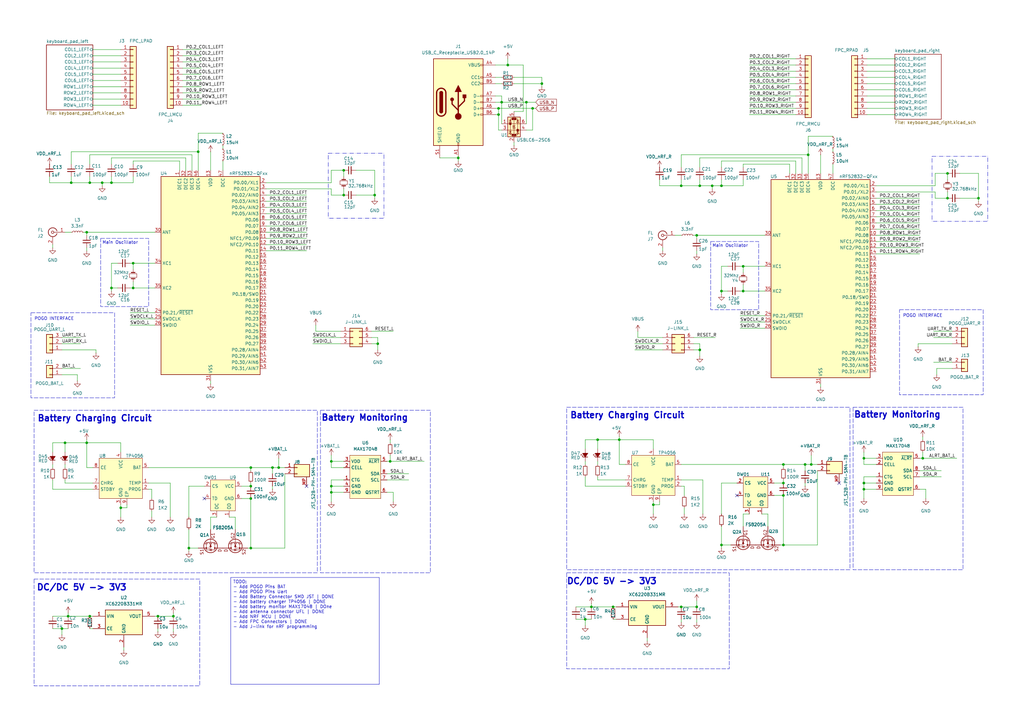
<source format=kicad_sch>
(kicad_sch (version 20231120) (generator "eeschema") (generator_version "8.0")
  (paper "A3")
  (title_block (title "Le Board") (date "2025-06-24") (rev "RevA") (comment 1 "Software Dev: Nikola Sećerovski") (comment 2 "Hardware Dev: Mihailo Stefanović"))
  (junction (at 222.25 34.29))
  (junction (at 140.97 80.01))
  (junction (at 295.91 119.38))
  (junction (at 49.53 208.28))
  (junction (at 287.02 143.51))
  (junction (at 54.61 118.11))
  (junction (at 321.31 203.2))
  (junction (at 251.46 248.92))
  (junction (at 29.21 74.93))
  (junction (at 354.33 198.12))
  (junction (at 331.47 63.5))
  (junction (at 295.91 76.2))
  (junction (at 205.74 41.91))
  (junction (at 242.57 248.92))
  (junction (at 267.97 207.01))
  (junction (at 279.4 76.2))
  (junction (at 153.67 80.01))
  (junction (at 354.33 200.66))
  (junction (at 354.33 187.96))
  (junction (at 401.32 81.28))
  (junction (at 295.91 223.52))
  (junction (at 321.31 190.5))
  (junction (at 36.83 74.93))
  (junction (at 321.31 223.52))
  (junction (at 332.74 190.5))
  (junction (at 102.87 191.77))
  (junction (at 140.97 69.85))
  (junction (at 304.8 109.22))
  (junction (at 54.61 107.95))
  (junction (at 215.9 41.91))
  (junction (at 187.96 64.77))
  (junction (at 285.75 96.52))
  (junction (at 135.89 199.39))
  (junction (at 41.91 74.93))
  (junction (at 64.77 252.73))
  (junction (at 25.4 257.81))
  (junction (at 36.83 252.73))
  (junction (at 321.31 198.12))
  (junction (at 388.62 81.28))
  (junction (at 279.4 248.92))
  (junction (at 330.2 190.5))
  (junction (at 154.94 140.97))
  (junction (at 35.56 95.25))
  (junction (at 160.02 189.23))
  (junction (at 204.47 44.45))
  (junction (at 102.87 204.47))
  (junction (at 111.76 191.77))
  (junction (at 45.72 74.93))
  (junction (at 240.03 254))
  (junction (at 388.62 71.12))
  (junction (at 378.46 187.96))
  (junction (at 114.3 191.77))
  (junction (at 208.28 26.67))
  (junction (at 287.02 76.2))
  (junction (at 254 180.34))
  (junction (at 27.94 252.73))
  (junction (at 304.8 119.38))
  (junction (at 35.56 181.61))
  (junction (at 102.87 224.79))
  (junction (at 26.67 181.61))
  (junction (at 135.89 189.23))
  (junction (at 45.72 118.11))
  (junction (at 218.44 44.45))
  (junction (at 81.28 62.23))
  (junction (at 285.75 248.92))
  (junction (at 77.47 224.79))
  (junction (at 71.12 252.73))
  (junction (at 292.1 76.2))
  (junction (at 102.87 199.39))
  (junction (at 204.47 46.99))
  (junction (at 135.89 201.93))
  (junction (at 245.11 180.34))
  (no_connect (at 125.73 199.39))
  (no_connect (at 344.17 198.12))
  (no_connect (at 302.26 203.2))
  (no_connect (at 83.82 204.47))
  (wire (pts (xy 240.03 184.15) (xy 240.03 180.34)))
  (wire (pts (xy 96.52 212.09) (xy 96.52 217.17)))
  (wire (pts (xy 54.61 115.57) (xy 54.61 118.11)))
  (wire (pts (xy 279.4 199.39) (xy 280.67 199.39)))
  (wire (pts (xy 280.67 199.39) (xy 280.67 203.2)))
  (wire (pts (xy 36.83 63.5) (xy 36.83 67.31)))
  (wire (pts (xy 60.96 198.12) (xy 69.85 198.12)))
  (wire (pts (xy 38.1 22.86) (xy 49.53 22.86)))
  (wire (pts (xy 254 190.5) (xy 254 180.34)))
  (wire (pts (xy 307.34 34.29) (xy 326.39 34.29)))
  (wire (pts (xy 285.75 246.38) (xy 285.75 248.92)))
  (wire (pts (xy 270.51 207.01) (xy 267.97 207.01)))
  (wire (pts (xy 27.94 251.46) (xy 27.94 252.73)))
  (wire (pts (xy 71.12 257.81) (xy 71.12 259.08)))
  (wire (pts (xy 81.28 54.61) (xy 81.28 62.23)))
  (wire (pts (xy 240.03 199.39) (xy 256.54 199.39)))
  (wire (pts (xy 49.53 208.28) (xy 49.53 207.01)))
  (wire (pts (xy 367.03 44.45) (xy 355.6 44.45)))
  (wire (pts (xy 76.2 64.77) (xy 45.72 64.77)))
  (wire (pts (xy 21.59 101.6) (xy 21.59 100.33)))
  (wire (pts (xy 240.03 254) (xy 242.57 254)))
  (wire (pts (xy 153.67 80.01) (xy 153.67 81.28)))
  (wire (pts (xy 279.4 248.92) (xy 285.75 248.92)))
  (wire (pts (xy 292.1 76.2) (xy 292.1 77.47)))
  (wire (pts (xy 354.33 198.12) (xy 359.41 198.12)))
  (wire (pts (xy 314.96 210.82) (xy 314.96 215.9)))
  (wire (pts (xy 109.22 97.79) (xy 125.73 97.79)))
  (wire (pts (xy 307.34 31.75) (xy 326.39 31.75)))
  (wire (pts (xy 26.67 196.85) (xy 26.67 198.12)))
  (wire (pts (xy 93.98 212.09) (xy 96.52 212.09)))
  (wire (pts (xy 354.33 187.96) (xy 359.41 187.96)))
  (wire (pts (xy 102.87 191.77) (xy 111.76 191.77)))
  (wire (pts (xy 287.02 76.2) (xy 279.4 76.2)))
  (wire (pts (xy 203.2 41.91) (xy 205.74 41.91)))
  (wire (pts (xy 29.21 67.31) (xy 29.21 62.23)))
  (wire (pts (xy 135.89 199.39) (xy 135.89 201.93)))
  (wire (pts (xy 86.36 217.17) (xy 86.36 212.09)))
  (wire (pts (xy 109.22 87.63) (xy 125.73 87.63)))
  (wire (pts (xy 203.2 44.45) (xy 204.47 44.45)))
  (wire (pts (xy 26.67 95.25) (xy 29.21 95.25)))
  (wire (pts (xy 284.48 143.51) (xy 287.02 143.51)))
  (wire (pts (xy 261.62 135.89) (xy 261.62 138.43)))
  (wire (pts (xy 210.82 58.42) (xy 210.82 59.69)))
  (wire (pts (xy 53.34 107.95) (xy 54.61 107.95)))
  (wire (pts (xy 64.77 252.73) (xy 71.12 252.73)))
  (wire (pts (xy 317.5 198.12) (xy 321.31 198.12)))
  (wire (pts (xy 251.46 254) (xy 252.73 254)))
  (wire (pts (xy 260.35 140.97) (xy 271.78 140.97)))
  (wire (pts (xy 140.97 77.47) (xy 140.97 80.01)))
  (wire (pts (xy 35.56 102.87) (xy 35.56 101.6)))
  (wire (pts (xy 278.13 248.92) (xy 279.4 248.92)))
  (wire (pts (xy 330.2 190.5) (xy 330.2 193.04)))
  (wire (pts (xy 109.22 80.01) (xy 125.73 80.01)))
  (wire (pts (xy 359.41 86.36) (xy 377.19 86.36)))
  (wire (pts (xy 35.56 95.25) (xy 63.5 95.25)))
  (wire (pts (xy 38.1 40.64) (xy 49.53 40.64)))
  (wire (pts (xy 236.22 254) (xy 240.03 254)))
  (wire (pts (xy 303.53 129.54) (xy 313.69 129.54)))
  (wire (pts (xy 60.96 191.77) (xy 102.87 191.77)))
  (wire (pts (xy 295.91 224.79) (xy 295.91 223.52)))
  (wire (pts (xy 77.47 217.17) (xy 77.47 224.79)))
  (wire (pts (xy 39.37 143.51) (xy 39.37 144.78)))
  (wire (pts (xy 111.76 199.39) (xy 111.76 200.66)))
  (wire (pts (xy 62.23 200.66) (xy 62.23 204.47)))
  (wire (pts (xy 295.91 76.2) (xy 292.1 76.2)))
  (wire (pts (xy 21.59 181.61) (xy 26.67 181.61)))
  (wire (pts (xy 91.44 66.04) (xy 91.44 69.85)))
  (wire (pts (xy 298.45 119.38) (xy 295.91 119.38)))
  (wire (pts (xy 295.91 109.22) (xy 298.45 109.22)))
  (wire (pts (xy 214.63 45.72) (xy 214.63 26.67)))
  (wire (pts (xy 376.555 140.97) (xy 376.555 142.24)))
  (wire (pts (xy 26.67 181.61) (xy 26.67 185.42)))
  (wire (pts (xy 76.2 69.85) (xy 76.2 64.77)))
  (wire (pts (xy 210.82 45.72) (xy 214.63 45.72)))
  (wire (pts (xy 359.41 104.14) (xy 377.19 104.14)))
  (wire (pts (xy 203.2 31.75) (xy 205.74 31.75)))
  (wire (pts (xy 74.93 38.1) (xy 82.55 38.1)))
  (wire (pts (xy 284.48 96.52) (xy 285.75 96.52)))
  (wire (pts (xy 160.02 189.23) (xy 173.99 189.23)))
  (wire (pts (xy 321.31 196.85) (xy 321.31 198.12)))
  (wire (pts (xy 25.4 138.43) (xy 33.02 138.43)))
  (wire (pts (xy 401.32 81.28) (xy 401.32 82.55)))
  (wire (pts (xy 45.72 64.77) (xy 45.72 67.31)))
  (wire (pts (xy 62.23 209.55) (xy 62.23 212.09)))
  (wire (pts (xy 270.51 205.74) (xy 270.51 207.01)))
  (wire (pts (xy 390.525 135.89) (xy 382.905 135.89)))
  (wire (pts (xy 35.56 95.25) (xy 35.56 96.52)))
  (wire (pts (xy 140.97 196.85) (xy 135.89 196.85)))
  (wire (pts (xy 208.28 26.67) (xy 203.2 26.67)))
  (wire (pts (xy 214.63 26.67) (xy 208.28 26.67)))
  (wire (pts (xy 203.2 34.29) (xy 205.74 34.29)))
  (wire (pts (xy 242.57 248.92) (xy 251.46 248.92)))
  (wire (pts (xy 25.4 151.13) (xy 33.02 151.13)))
  (wire (pts (xy 54.61 66.04) (xy 73.66 66.04)))
  (wire (pts (xy 304.8 119.38) (xy 313.69 119.38)))
  (wire (pts (xy 261.62 138.43) (xy 271.78 138.43)))
  (wire (pts (xy 54.61 107.95) (xy 54.61 110.49)))
  (wire (pts (xy 109.22 92.71) (xy 125.73 92.71)))
  (wire (pts (xy 54.61 107.95) (xy 63.5 107.95)))
  (wire (pts (xy 146.05 69.85) (xy 153.67 69.85)))
  (wire (pts (xy 135.89 196.85) (xy 135.89 199.39)))
  (wire (pts (xy 303.53 109.22) (xy 304.8 109.22)))
  (wire (pts (xy 74.93 35.56) (xy 82.55 35.56)))
  (wire (pts (xy 242.57 247.65) (xy 242.57 248.92)))
  (wire (pts (xy 287.02 73.66) (xy 287.02 76.2)))
  (wire (pts (xy 270.51 76.2) (xy 279.4 76.2)))
  (wire (pts (xy 390.525 140.97) (xy 376.555 140.97)))
  (wire (pts (xy 35.56 180.34) (xy 35.56 181.61)))
  (wire (pts (xy 78.74 69.85) (xy 78.74 63.5)))
  (wire (pts (xy 74.93 43.18) (xy 82.55 43.18)))
  (wire (pts (xy 204.47 44.45) (xy 218.44 44.45)))
  (wire (pts (xy 109.22 90.17) (xy 125.73 90.17)))
  (wire (pts (xy 53.34 128.27) (xy 63.5 128.27)))
  (wire (pts (xy 304.8 76.2) (xy 295.91 76.2)))
  (wire (pts (xy 378.46 187.96) (xy 392.43 187.96)))
  (wire (pts (xy 140.97 69.85) (xy 140.97 72.39)))
  (wire (pts (xy 35.56 181.61) (xy 49.53 181.61)))
  (wire (pts (xy 114.3 187.96) (xy 114.3 191.77)))
  (wire (pts (xy 31.75 153.67) (xy 31.75 156.21)))
  (wire (pts (xy 326.39 66.04) (xy 295.91 66.04)))
  (wire (pts (xy 53.34 130.81) (xy 63.5 130.81)))
  (wire (pts (xy 204.47 46.99) (xy 204.47 53.34)))
  (wire (pts (xy 292.1 76.2) (xy 287.02 76.2)))
  (wire (pts (xy 304.8 215.9) (xy 304.8 210.82)))
  (wire (pts (xy 304.8 210.82) (xy 307.34 210.82)))
  (wire (pts (xy 21.59 252.73) (xy 27.94 252.73)))
  (wire (pts (xy 245.11 189.23) (xy 245.11 190.5)))
  (wire (pts (xy 367.03 41.91) (xy 355.6 41.91)))
  (wire (pts (xy 203.2 46.99) (xy 204.47 46.99)))
  (wire (pts (xy 205.74 39.37) (xy 205.74 41.91)))
  (wire (pts (xy 267.97 207.01) (xy 267.97 205.74)))
  (wire (pts (xy 304.8 116.84) (xy 304.8 119.38)))
  (wire (pts (xy 328.93 64.77) (xy 287.02 64.77)))
  (wire (pts (xy 135.89 186.69) (xy 135.89 189.23)))
  (wire (pts (xy 390.525 148.59) (xy 382.905 148.59)))
  (wire (pts (xy 378.46 179.07) (xy 378.46 180.34)))
  (wire (pts (xy 359.41 81.28) (xy 377.19 81.28)))
  (wire (pts (xy 38.1 38.1) (xy 49.53 38.1)))
  (wire (pts (xy 383.54 76.2) (xy 383.54 71.12)))
  (wire (pts (xy 367.03 26.67) (xy 355.6 26.67)))
  (wire (pts (xy 109.22 82.55) (xy 125.73 82.55)))
  (wire (pts (xy 154.94 140.97) (xy 154.94 143.51)))
  (wire (pts (xy 135.89 189.23) (xy 140.97 189.23)))
  (wire (pts (xy 74.93 30.48) (xy 82.55 30.48)))
  (wire (pts (xy 128.27 140.97) (xy 139.7 140.97)))
  (wire (pts (xy 160.02 180.34) (xy 160.02 181.61)))
  (wire (pts (xy 128.27 138.43) (xy 139.7 138.43)))
  (wire (pts (xy 295.91 198.12) (xy 302.26 198.12)))
  (wire (pts (xy 393.7 71.12) (xy 401.32 71.12)))
  (wire (pts (xy 367.03 31.75) (xy 355.6 31.75)))
  (wire (pts (xy 77.47 226.06) (xy 77.47 224.79)))
  (wire (pts (xy 240.03 180.34) (xy 245.11 180.34)))
  (wire (pts (xy 38.1 43.18) (xy 49.53 43.18)))
  (wire (pts (xy 295.91 215.9) (xy 295.91 223.52)))
  (wire (pts (xy 135.89 199.39) (xy 140.97 199.39)))
  (wire (pts (xy 276.86 96.52) (xy 279.4 96.52)))
  (wire (pts (xy 77.47 199.39) (xy 83.82 199.39)))
  (wire (pts (xy 38.1 191.77) (xy 35.56 191.77)))
  (wire (pts (xy 279.4 190.5) (xy 321.31 190.5)))
  (wire (pts (xy 60.96 200.66) (xy 62.23 200.66)))
  (wire (pts (xy 379.73 200.66) (xy 379.73 204.47)))
  (wire (pts (xy 36.83 257.81) (xy 38.1 257.81)))
  (wire (pts (xy 304.8 109.22) (xy 304.8 111.76)))
  (wire (pts (xy 49.53 181.61) (xy 49.53 185.42)))
  (wire (pts (xy 111.76 191.77) (xy 114.3 191.77)))
  (wire (pts (xy 52.07 208.28) (xy 49.53 208.28)))
  (wire (pts (xy 312.42 210.82) (xy 314.96 210.82)))
  (wire (pts (xy 215.9 53.34) (xy 218.44 53.34)))
  (wire (pts (xy 279.4 68.58) (xy 279.4 63.5)))
  (wire (pts (xy 63.5 252.73) (xy 64.77 252.73)))
  (wire (pts (xy 54.61 67.31) (xy 54.61 66.04)))
  (wire (pts (xy 271.78 102.87) (xy 271.78 101.6)))
  (wire (pts (xy 383.54 71.12) (xy 388.62 71.12)))
  (wire (pts (xy 284.48 138.43) (xy 293.37 138.43)))
  (wire (pts (xy 285.75 96.52) (xy 285.75 97.79)))
  (wire (pts (xy 295.91 210.82) (xy 295.91 198.12)))
  (wire (pts (xy 287.02 64.77) (xy 287.02 68.58)))
  (wire (pts (xy 140.97 191.77) (xy 135.89 191.77)))
  (wire (pts (xy 129.54 133.35) (xy 129.54 135.89)))
  (wire (pts (xy 208.28 24.13) (xy 208.28 26.67)))
  (wire (pts (xy 74.93 27.94) (xy 82.55 27.94)))
  (wire (pts (xy 74.93 25.4) (xy 82.55 25.4)))
  (wire (pts (xy 251.46 248.92) (xy 252.73 248.92)))
  (wire (pts (xy 295.91 119.38) (xy 295.91 109.22)))
  (wire (pts (xy 210.82 31.75) (xy 222.25 31.75)))
  (wire (pts (xy 377.19 200.66) (xy 379.73 200.66)))
  (wire (pts (xy 52.07 207.01) (xy 52.07 208.28)))
  (wire (pts (xy 304.8 73.66) (xy 304.8 76.2)))
  (wire (pts (xy 303.53 134.62) (xy 313.69 134.62)))
  (wire (pts (xy 390.525 138.43) (xy 382.905 138.43)))
  (wire (pts (xy 359.41 78.74) (xy 383.54 78.74)))
  (wire (pts (xy 54.61 118.11) (xy 63.5 118.11)))
  (wire (pts (xy 99.06 204.47) (xy 102.87 204.47)))
  (wire (pts (xy 245.11 196.85) (xy 256.54 196.85)))
  (wire (pts (xy 77.47 224.79) (xy 81.28 224.79)))
  (wire (pts (xy 218.44 44.45) (xy 219.71 44.45)))
  (wire (pts (xy 205.74 41.91) (xy 215.9 41.91)))
  (wire (pts (xy 279.4 63.5) (xy 331.47 63.5)))
  (wire (pts (xy 304.8 68.58) (xy 304.8 67.31)))
  (wire (pts (xy 45.72 72.39) (xy 45.72 74.93)))
  (wire (pts (xy 323.85 67.31) (xy 323.85 71.12)))
  (wire (pts (xy 135.89 80.01) (xy 140.97 80.01)))
  (wire (pts (xy 304.8 67.31) (xy 323.85 67.31)))
  (wire (pts (xy 21.59 200.66) (xy 38.1 200.66)))
  (wire (pts (xy 99.06 199.39) (xy 102.87 199.39)))
  (wire (pts (xy 45.72 107.95) (xy 48.26 107.95)))
  (wire (pts (xy 354.33 198.12) (xy 354.33 200.66)))
  (wire (pts (xy 53.34 118.11) (xy 54.61 118.11)))
  (wire (pts (xy 29.21 62.23) (xy 81.28 62.23)))
  (wire (pts (xy 158.75 189.23) (xy 160.02 189.23)))
  (wire (pts (xy 256.54 190.5) (xy 254 190.5)))
  (wire (pts (xy 81.28 62.23) (xy 81.28 69.85)))
  (wire (pts (xy 86.36 62.23) (xy 86.36 69.85)))
  (wire (pts (xy 109.22 77.47) (xy 135.89 77.47)))
  (wire (pts (xy 78.74 63.5) (xy 36.83 63.5)))
  (wire (pts (xy 330.2 190.5) (xy 332.74 190.5)))
  (wire (pts (xy 50.8 265.43) (xy 50.8 266.7)))
  (wire (pts (xy 331.47 55.88) (xy 331.47 63.5)))
  (wire (pts (xy 359.41 195.58) (xy 354.33 195.58)))
  (wire (pts (xy 383.54 78.74) (xy 383.54 81.28)))
  (wire (pts (xy 54.61 72.39) (xy 54.61 74.93)))
  (wire (pts (xy 279.4 254) (xy 279.4 255.27)))
  (wire (pts (xy 367.03 29.21) (xy 355.6 29.21)))
  (wire (pts (xy 36.83 72.39) (xy 36.83 74.93)))
  (wire (pts (xy 335.28 193.04) (xy 335.28 223.52)))
  (wire (pts (xy 331.47 63.5) (xy 331.47 71.12)))
  (wire (pts (xy 25.4 153.67) (xy 31.75 153.67)))
  (wire (pts (xy 390.525 151.13) (xy 384.175 151.13)))
  (wire (pts (xy 336.55 157.48) (xy 336.55 158.75)))
  (wire (pts (xy 295.91 223.52) (xy 299.72 223.52)))
  (wire (pts (xy 109.22 102.87) (xy 125.73 102.87)))
  (wire (pts (xy 158.75 194.31) (xy 167.64 194.31)))
  (wire (pts (xy 367.03 39.37) (xy 355.6 39.37)))
  (wire (pts (xy 25.4 143.51) (xy 39.37 143.51)))
  (wire (pts (xy 341.63 60.96) (xy 341.63 62.23)))
  (wire (pts (xy 135.89 77.47) (xy 135.89 80.01)))
  (wire (pts (xy 359.41 93.98) (xy 377.19 93.98)))
  (wire (pts (xy 354.33 187.96) (xy 354.33 190.5)))
  (wire (pts (xy 307.34 39.37) (xy 326.39 39.37)))
  (wire (pts (xy 45.72 118.11) (xy 45.72 119.38)))
  (wire (pts (xy 215.9 41.91) (xy 219.71 41.91)))
  (wire (pts (xy 74.93 20.32) (xy 82.55 20.32)))
  (wire (pts (xy 53.34 133.35) (xy 63.5 133.35)))
  (wire (pts (xy 49.53 212.09) (xy 49.53 208.28)))
  (wire (pts (xy 321.31 223.52) (xy 335.28 223.52)))
  (wire (pts (xy 29.21 74.93) (xy 29.21 72.39)))
  (wire (pts (xy 384.175 151.13) (xy 384.175 153.67)))
  (wire (pts (xy 326.39 71.12) (xy 326.39 66.04)))
  (wire (pts (xy 160.02 186.69) (xy 160.02 189.23)))
  (wire (pts (xy 38.1 35.56) (xy 49.53 35.56)))
  (wire (pts (xy 321.31 190.5) (xy 330.2 190.5)))
  (wire (pts (xy 304.8 109.22) (xy 313.69 109.22)))
  (wire (pts (xy 205.74 41.91) (xy 205.74 50.8)))
  (wire (pts (xy 354.33 195.58) (xy 354.33 198.12)))
  (wire (pts (xy 64.77 257.81) (xy 64.77 259.08)))
  (wire (pts (xy 20.32 72.39) (xy 20.32 74.93)))
  (wire (pts (xy 26.67 198.12) (xy 38.1 198.12)))
  (wire (pts (xy 102.87 204.47) (xy 102.87 224.79)))
  (wire (pts (xy 158.75 201.93) (xy 161.29 201.93)))
  (wire (pts (xy 359.41 99.06) (xy 377.19 99.06)))
  (wire (pts (xy 69.85 198.12) (xy 69.85 212.09)))
  (wire (pts (xy 77.47 212.09) (xy 77.47 199.39)))
  (wire (pts (xy 26.67 181.61) (xy 35.56 181.61)))
  (wire (pts (xy 331.47 55.88) (xy 341.63 55.88)))
  (wire (pts (xy 86.36 156.21) (xy 86.36 157.48)))
  (wire (pts (xy 377.19 193.04) (xy 386.08 193.04)))
  (wire (pts (xy 383.54 81.28) (xy 388.62 81.28)))
  (wire (pts (xy 25.4 257.81) (xy 25.4 260.35)))
  (wire (pts (xy 180.34 64.77) (xy 187.96 64.77)))
  (wire (pts (xy 91.44 54.61) (xy 81.28 54.61)))
  (wire (pts (xy 20.32 74.93) (xy 29.21 74.93)))
  (wire (pts (xy 287.02 140.97) (xy 287.02 143.51)))
  (wire (pts (xy 111.76 191.77) (xy 111.76 194.31)))
  (wire (pts (xy 245.11 195.58) (xy 245.11 196.85)))
  (wire (pts (xy 354.33 185.42) (xy 354.33 187.96)))
  (wire (pts (xy 152.4 135.89) (xy 161.29 135.89)))
  (wire (pts (xy 21.59 190.5) (xy 21.59 191.77)))
  (wire (pts (xy 35.56 191.77) (xy 35.56 181.61)))
  (wire (pts (xy 401.32 71.12) (xy 401.32 81.28)))
  (wire (pts (xy 38.1 27.94) (xy 49.53 27.94)))
  (wire (pts (xy 341.63 67.31) (xy 341.63 71.12)))
  (wire (pts (xy 48.26 118.11) (xy 45.72 118.11)))
  (wire (pts (xy 254 179.07) (xy 254 180.34)))
  (wire (pts (xy 38.1 20.32) (xy 49.53 20.32)))
  (wire (pts (xy 254 180.34) (xy 267.97 180.34)))
  (wire (pts (xy 25.4 140.97) (xy 33.02 140.97)))
  (wire (pts (xy 359.41 190.5) (xy 354.33 190.5)))
  (wire (pts (xy 284.48 140.97) (xy 287.02 140.97)))
  (wire (pts (xy 303.53 119.38) (xy 304.8 119.38)))
  (wire (pts (xy 359.41 88.9) (xy 377.19 88.9)))
  (wire (pts (xy 270.51 73.66) (xy 270.51 76.2)))
  (wire (pts (xy 36.83 74.93) (xy 29.21 74.93)))
  (wire (pts (xy 307.34 26.67) (xy 326.39 26.67)))
  (wire (pts (xy 153.67 69.85) (xy 153.67 80.01)))
  (wire (pts (xy 21.59 196.85) (xy 21.59 200.66)))
  (wire (pts (xy 279.4 76.2) (xy 279.4 73.66)))
  (wire (pts (xy 295.91 73.66) (xy 295.91 76.2)))
  (wire (pts (xy 21.59 257.81) (xy 25.4 257.81)))
  (wire (pts (xy 359.41 96.52) (xy 377.19 96.52)))
  (wire (pts (xy 152.4 140.97) (xy 154.94 140.97)))
  (wire (pts (xy 38.1 25.4) (xy 49.53 25.4)))
  (wire (pts (xy 267.97 180.34) (xy 267.97 184.15)))
  (wire (pts (xy 236.22 248.92) (xy 242.57 248.92)))
  (wire (pts (xy 74.93 40.64) (xy 82.55 40.64)))
  (wire (pts (xy 152.4 138.43) (xy 154.94 138.43)))
  (wire (pts (xy 267.97 210.82) (xy 267.97 207.01)))
  (wire (pts (xy 265.43 261.62) (xy 265.43 262.89)))
  (wire (pts (xy 36.83 252.73) (xy 38.1 252.73)))
  (wire (pts (xy 295.91 66.04) (xy 295.91 68.58)))
  (wire (pts (xy 154.94 138.43) (xy 154.94 140.97)))
  (wire (pts (xy 73.66 66.04) (xy 73.66 69.85)))
  (wire (pts (xy 240.03 189.23) (xy 240.03 190.5)))
  (wire (pts (xy 285.75 96.52) (xy 313.69 96.52)))
  (wire (pts (xy 102.87 224.79) (xy 101.6 224.79)))
  (wire (pts (xy 307.34 44.45) (xy 326.39 44.45)))
  (wire (pts (xy 27.94 252.73) (xy 36.83 252.73)))
  (wire (pts (xy 307.34 36.83) (xy 326.39 36.83)))
  (wire (pts (xy 74.93 33.02) (xy 82.55 33.02)))
  (wire (pts (xy 204.47 46.99) (xy 204.47 44.45)))
  (wire (pts (xy 321.31 223.52) (xy 320.04 223.52)))
  (wire (pts (xy 336.55 63.5) (xy 336.55 71.12)))
  (wire (pts (xy 285.75 254) (xy 285.75 255.27)))
  (wire (pts (xy 135.89 201.93) (xy 140.97 201.93)))
  (wire (pts (xy 330.2 198.12) (xy 330.2 199.39)))
  (wire (pts (xy 34.29 95.25) (xy 35.56 95.25)))
  (wire (pts (xy 74.93 22.86) (xy 82.55 22.86)))
  (wire (pts (xy 240.03 195.58) (xy 240.03 199.39)))
  (wire (pts (xy 240.03 254) (xy 240.03 256.54)))
  (wire (pts (xy 245.11 180.34) (xy 254 180.34)))
  (wire (pts (xy 354.33 200.66) (xy 359.41 200.66)))
  (wire (pts (xy 135.89 74.93) (xy 135.89 69.85)))
  (wire (pts (xy 187.96 64.77) (xy 187.96 66.04)))
  (wire (pts (xy 359.41 101.6) (xy 377.19 101.6)))
  (wire (pts (xy 161.29 201.93) (xy 161.29 205.74)))
  (wire (pts (xy 321.31 190.5) (xy 321.31 191.77)))
  (wire (pts (xy 41.91 74.93) (xy 41.91 76.2)))
  (wire (pts (xy 54.61 74.93) (xy 45.72 74.93)))
  (wire (pts (xy 303.53 132.08) (xy 313.69 132.08)))
  (wire (pts (xy 280.67 208.28) (xy 280.67 210.82)))
  (wire (pts (xy 102.87 224.79) (xy 116.84 224.79)))
  (wire (pts (xy 367.03 46.99) (xy 355.6 46.99)))
  (wire (pts (xy 359.41 83.82) (xy 377.19 83.82)))
  (wire (pts (xy 218.44 53.34) (xy 218.44 44.45)))
  (wire (pts (xy 222.25 31.75) (xy 222.25 34.29)))
  (wire (pts (xy 205.74 53.34) (xy 204.47 53.34)))
  (wire (pts (xy 21.59 185.42) (xy 21.59 181.61)))
  (wire (pts (xy 91.44 59.69) (xy 91.44 60.96)))
  (wire (pts (xy 38.1 33.02) (xy 49.53 33.02)))
  (wire (pts (xy 86.36 212.09) (xy 88.9 212.09)))
  (wire (pts (xy 377.19 195.58) (xy 386.08 195.58)))
  (wire (pts (xy 321.31 203.2) (xy 321.31 223.52)))
  (wire (pts (xy 45.72 74.93) (xy 41.91 74.93)))
  (wire (pts (xy 307.34 24.13) (xy 326.39 24.13)))
  (wire (pts (xy 359.41 76.2) (xy 383.54 76.2)))
  (wire (pts (xy 222.25 34.29) (xy 222.25 35.56)))
  (wire (pts (xy 114.3 191.77) (xy 116.84 191.77)))
  (wire (pts (xy 71.12 251.46) (xy 71.12 252.73)))
  (wire (pts (xy 388.62 78.74) (xy 388.62 81.28)))
  (wire (pts (xy 332.74 186.69) (xy 332.74 190.5)))
  (wire (pts (xy 377.19 187.96) (xy 378.46 187.96)))
  (wire (pts (xy 38.1 30.48) (xy 49.53 30.48)))
  (wire (pts (xy 135.89 69.85) (xy 140.97 69.85)))
  (wire (pts (xy 26.67 190.5) (xy 26.67 191.77)))
  (wire (pts (xy 317.5 203.2) (xy 321.31 203.2)))
  (wire (pts (xy 158.75 196.85) (xy 167.64 196.85)))
  (wire (pts (xy 135.89 201.93) (xy 135.89 205.74)))
  (wire (pts (xy 45.72 118.11) (xy 45.72 107.95)))
  (wire (pts (xy 401.32 81.28) (xy 393.7 81.28)))
  (wire (pts (xy 285.75 104.14) (xy 285.75 102.87)))
  (wire (pts (xy 109.22 85.09) (xy 125.73 85.09)))
  (wire (pts (xy 332.74 190.5) (xy 335.28 190.5)))
  (wire (pts (xy 116.84 194.31) (xy 116.84 224.79)))
  (wire (pts (xy 307.34 29.21) (xy 326.39 29.21)))
  (wire (pts (xy 388.62 71.12) (xy 388.62 73.66)))
  (wire (pts (xy 328.93 71.12) (xy 328.93 64.77)))
  (wire (pts (xy 215.9 41.91) (xy 215.9 50.8)))
  (wire (pts (xy 102.87 198.12) (xy 102.87 199.39)))
  (wire (pts (xy 367.03 36.83) (xy 355.6 36.83)))
  (wire (pts (xy 378.46 185.42) (xy 378.46 187.96)))
  (wire (pts (xy 203.2 39.37) (xy 205.74 39.37)))
  (wire (pts (xy 359.41 91.44) (xy 377.19 91.44)))
  (wire (pts (xy 279.4 196.85) (xy 288.29 196.85)))
  (wire (pts (xy 109.22 74.93) (xy 135.89 74.93)))
  (wire (pts (xy 109.22 95.25) (xy 125.73 95.25)))
  (wire (pts (xy 295.91 119.38) (xy 295.91 120.65)))
  (wire (pts (xy 109.22 100.33) (xy 125.73 100.33)))
  (wire (pts (xy 210.82 34.29) (xy 222.25 34.29)))
  (wire (pts (xy 307.34 46.99) (xy 326.39 46.99)))
  (wire (pts (xy 41.91 74.93) (xy 36.83 74.93)))
  (wire (pts (xy 25.4 257.81) (xy 27.94 257.81)))
  (wire (pts (xy 260.35 143.51) (xy 271.78 143.51)))
  (wire (pts (xy 287.02 143.51) (xy 287.02 146.05)))
  (wire (pts (xy 135.89 189.23) (xy 135.89 191.77)))
  (wire (pts (xy 307.34 41.91) (xy 326.39 41.91)))
  (wire (pts (xy 245.11 180.34) (xy 245.11 184.15)))
  (wire (pts (xy 102.87 191.77) (xy 102.87 193.04)))
  (wire (pts (xy 367.03 24.13) (xy 355.6 24.13)))
  (wire (pts (xy 288.29 196.85) (xy 288.29 210.82)))
  (wire (pts (xy 354.33 200.66) (xy 354.33 204.47)))
  (wire (pts (xy 367.03 34.29) (xy 355.6 34.29)))
  (wire (pts (xy 129.54 135.89) (xy 139.7 135.89)))
  (wire (pts (xy 153.67 80.01) (xy 146.05 80.01)))
  (rectangle (start 12.7 128.27) (end 46.99 163.195) (stroke (width 0) (type dash)))
  (rectangle (start 382.27 64.135) (end 405.13 90.805) (stroke (width 0) (type dash_dot)))
  (rectangle (start 368.935 127) (end 403.225 161.925) (stroke (width 0) (type dash)))
  (rectangle (start 232.41 234.95) (end 299.085 274.32) (stroke (width 0) (type dash)))
  (rectangle (start 291.465 99.06) (end 311.15 127) (stroke (width 0) (type dash)))
  (rectangle (start 41.275 97.79) (end 60.96 125.73) (stroke (width 0) (type dash)))
  (rectangle (start 349.885 167.005) (end 394.97 233.68) (stroke (width 0) (type dash)))
  (rectangle (start 131.445 168.275) (end 176.53 234.95) (stroke (width 0) (type dash)))
  (rectangle (start 134.62 62.865) (end 157.48 89.535) (stroke (width 0) (type dash_dot)))
  (rectangle (start 13.97 168.275) (end 130.175 234.95) (stroke (width 0) (type dash)))
  (rectangle (start 232.41 167.005) (end 348.615 233.68) (stroke (width 0) (type dash)))
  (rectangle (start 13.97 237.49) (end 81.915 281.305) (stroke (width 0) (type dash)))
  (text_box "TODO:\n- Add POGO Pins BAT\n- Add POGO Pins Uart\n- Add Battery Connector SMD JST | DONE\n- Add battery charger TP4056 | DONE\n- Add battery monitor MAX17048 | DOne\n- Add antenna connector UFL | DONE\n- Add NRF MCU | DONE\n- Add FPC Connectors | DONE\n- Add J-link for nRF programming\n\n" (at 94.615 236.855 0) (size 60.96 43.815) (effects (font (size 1.27 1.27)) (justify left top)))
  (text "Battery Monitoring\n\n" (at 368.046 172.212 0) (effects (font (size 2.54 2.54) (thickness 0.508) (bold yes))))
  (text "DC/DC 5V -> 3V3\n" (at 33.528 241.046 0) (effects (font (size 2.54 2.54) (thickness 0.508) (bold yes))))
  (text "Battery Monitoring\n\n" (at 149.606 173.482 0) (effects (font (size 2.54 2.54) (thickness 0.508) (bold yes))))
  (text "POGO INTERFACE\n" (at 22.225 130.81 0) (effects (font (size 1.27 1.27))))
  (text "POGO INTERFACE\n" (at 378.46 129.54 0) (effects (font (size 1.27 1.27))))
  (text "Main Oscillator" (at 49.276 99.568 0) (effects (font (size 1.27 1.27))))
  (text "DC/DC 5V -> 3V3\n" (at 250.952 238.506 0) (effects (font (size 2.54 2.54) (thickness 0.508) (bold yes))))
  (text "Battery Charging Circuit\n" (at 257.302 170.434 0) (effects (font (size 2.54 2.54) (thickness 0.508) (bold yes))))
  (text "Main Oscillator" (at 299.466 100.838 0) (effects (font (size 1.27 1.27))))
  (text "Battery Charging Circuit\n" (at 38.862 171.704 0) (effects (font (size 2.54 2.54) (thickness 0.508) (bold yes))))
  (label "ALRT_BAT_L" (at 381 187.96 0))
  (label "P0.8_ROW1_RIGHT" (at 360.68 96.52 0))
  (label "P0.7_COL6_LEFT" (at 76.2 33.02 0))
  (label "P0.3_COL2_RIGHT" (at 307.34 26.67 0))
  (label "P0.2_COL1_LEFT" (at 76.2 20.32 0))
  (label "P0.9_ROW2_LEFT" (at 110.49 97.79 0))
  (label "P0.5_COL4_RIGHT" (at 360.68 88.9 0))
  (label "BAT_R" (at 390.525 148.59 180))
  (label "SWDIO_L" (at 53.34 133.35 0))
  (label "UART_TX_L" (at 25.4 138.43 0))
  (label "SWDCLK_R" (at 260.35 140.97 0))
  (label "P0.6_COL5_LEFT" (at 76.2 30.48 0))
  (label "SWDIO_L" (at 128.27 140.97 0))
  (label "P0.7_COL6_RIGHT" (at 360.68 93.98 0))
  (label "SDA_R" (at 160.02 196.85 0))
  (label "UART_TX_R" (at 390.525 135.89 180))
  (label "P0.10_ROW3_LEFT" (at 76.2 40.64 0))
  (label "P0.6_COL5_RIGHT" (at 307.34 34.29 0))
  (label "P0.11_ROW4_LEFT" (at 110.49 102.87 0))
  (label "SDA_L" (at 160.02 194.31 0))
  (label "P0.4_COL3_LEFT" (at 76.2 25.4 0))
  (label "P0.3_COL2_LEFT" (at 110.49 82.55 0))
  (label "P0.10_ROW3_RIGHT" (at 360.68 101.6 0))
  (label "P0.2_COL1_RIGHT" (at 360.68 81.28 0))
  (label "P0.9_ROW2_LEFT" (at 76.2 38.1 0))
  (label "SWDCLK_R" (at 303.53 132.08 0))
  (label "BAT_L" (at 25.4 151.13 0))
  (label "P0.2_COL1_LEFT" (at 110.49 80.01 0))
  (label "P0.6_COL5_RIGHT" (at 360.68 91.44 0))
  (label "RESET_L" (at 153.67 135.89 0))
  (label "P0.3_COL2_LEFT" (at 76.2 22.86 0))
  (label "RESET_R" (at 303.53 129.54 0))
  (label "P0.11_ROW4_RIGHT" (at 360.68 104.14 0))
  (label "P0.8_ROW1_RIGHT" (at 307.34 39.37 0))
  (label "P0.4_COL3_RIGHT" (at 307.34 29.21 0))
  (label "SWDCLK_L" (at 53.34 130.81 0))
  (label "USB_N" (at 208.28 41.91 0))
  (label "P0.3_COL2_RIGHT" (at 360.68 83.82 0))
  (label "P0.7_COL6_LEFT" (at 110.49 92.71 0))
  (label "P0.10_ROW3_LEFT" (at 110.49 100.33 0))
  (label "P0.8_ROW1_LEFT" (at 76.2 35.56 0))
  (label "P0.11_ROW4_RIGHT" (at 307.34 46.99 0))
  (label "P0.5_COL4_LEFT" (at 76.2 27.94 0))
  (label "SWDIO_R" (at 303.53 134.62 0))
  (label "SDA_R" (at 378.46 195.58 0))
  (label "P0.10_ROW3_RIGHT" (at 307.34 44.45 0))
  (label "P0.6_COL5_LEFT" (at 110.49 90.17 0))
  (label "SWDCLK_L" (at 128.27 138.43 0))
  (label "P0.11_ROW4_LEFT" (at 76.2 43.18 0))
  (label "SDA_L" (at 378.46 193.04 0))
  (label "P0.5_COL4_RIGHT" (at 307.34 31.75 0))
  (label "UART_RX_L" (at 25.4 140.97 0))
  (label "P0.9_ROW2_RIGHT" (at 307.34 41.91 0))
  (label "ALRT_BAT_L" (at 162.56 189.23 0))
  (label "SWDIO_R" (at 260.35 143.51 0))
  (label "P0.4_COL3_RIGHT" (at 360.68 86.36 0))
  (label "P0.2_COL1_RIGHT" (at 307.34 24.13 0))
  (label "RESET_L" (at 53.34 128.27 0))
  (label "P0.7_COL6_RIGHT" (at 307.34 36.83 0))
  (label "P0.4_COL3_LEFT" (at 110.49 85.09 0))
  (label "UART_RX_R" (at 390.525 138.43 180))
  (label "P0.5_COL4_LEFT" (at 110.49 87.63 0))
  (label "RESET_R" (at 285.75 138.43 0))
  (label "USB_P" (at 208.28 44.45 0))
  (label "P0.8_ROW1_LEFT" (at 110.49 95.25 0))
  (label "P0.9_ROW2_RIGHT" (at 360.68 99.06 0))
  (global_label "USB_N" (shape input) (at 219.71 41.91 0) (property "Intersheetrefs" "${INTERSHEET_REFS}" (effects (hide yes))))
  (global_label "USB_P" (shape input) (at 219.71 44.45 0) (property "Intersheetrefs" "${INTERSHEET_REFS}" (effects (hide yes))))
  (symbol (lib_id "Connector_Generic:Conn_02x03_Counter_Clockwise") (at 144.78 138.43 0) (unit 1)
    (property "Reference" "J14" (at 146.05 129.54 0))
    (property "Value" "J-LINK_L" (at 146.05 132.08 0))
    (property "Description" "Generic connector, double row, 02x03, counter clockwise pin numbering scheme (similar to DIP package numbering), script generated (kicad-library-utils/schlib/autogen/connector/)" (effects (hide yes)))
  )
  (symbol (lib_id "Device:R_Small") (at 208.28 34.29 90) (unit 1)
    (property "Reference" "R2" (at 207.518 36.068 90))
    (property "Value" "5K1" (at 208.28 34.29 90))
    (property "Footprint" "Resistor_SMD:R_0402_1005Metric" (effects (hide yes)))
    (property "Description" "Resistor, small symbol" (effects (hide yes)))
  )
  (symbol (lib_id "power:GND") (at 285.75 104.14 0) (unit 1)
    (property "Reference" "#PWR030" (effects (hide yes)))
    (property "Value" "GND" (at 285.75 109.22 0))
    (property "Description" "Power symbol creates a global label with name \"GND\" , ground" (effects (hide yes)))
  )
  (symbol (lib_id "ESP32-DevKit-101-symbol-lib:FS8205A") (at 96.52 224.79 90) (mirror x) (unit 2)
    (property "Reference" "Q1" (at 98.806 219.202 90))
    (property "Value" "FS8205A" (at 91.44 216.408 90))
    (property "Footprint" "ESP32-DevKit-101-footprint-lib:FS8205A_SOT23-6" (effects (hide yes)))
    (property "Datasheet" "https://www.lcsc.com/datasheet/lcsc_datasheet_2010271837_FUXINSEMI-FS8205A_C908265.pdf" (effects (hide yes)))
    (property "Description" "FS8205A" (effects (hide yes)))
    (property "LCSC" "C908265" (effects (hide yes)))
  )
  (symbol (lib_id "Device:C_Small") (at 71.12 255.27 0) (unit 1)
    (property "Reference" "C4" (at 71.882 253.746 0) (effects (justify left)))
    (property "Value" "100n" (at 72.136 257.048 0) (effects (justify left)))
    (property "Footprint" "Capacitor_SMD:C_0603_1608Metric" (effects (hide yes)))
    (property "Description" "Unpolarized capacitor, small symbol" (effects (hide yes)))
  )
  (symbol (lib_id "power:GND") (at 222.25 35.56 0) (unit 1)
    (property "Reference" "#PWR04" (effects (hide yes)))
    (property "Value" "GND" (at 222.25 39.37 0))
    (property "Description" "Power symbol creates a global label with name \"GND\" , ground" (effects (hide yes)))
  )
  (symbol (lib_id "Regulator_Linear:XC6220B331MR") (at 50.8 255.27 0) (unit 1)
    (property "Reference" "U2" (at 50.8 245.11 0))
    (property "Value" "XC6220B331MR" (at 50.8 247.65 0))
    (property "Footprint" "Package_TO_SOT_SMD:SOT-23-5" (effects (hide yes)))
    (property "Datasheet" "https://www.torexsemi.com/file/xc6220/XC6220.pdf" (effects (hide yes)))
    (property "Description" "1A, Low Drop-out Voltage Regulator, Fixed Output 3.3V, SOT-23-5" (effects (hide yes)))
  )
  (symbol (lib_id "power:GND") (at 77.47 226.06 0) (mirror y) (unit 1)
    (property "Reference" "#PWR039" (effects (hide yes)))
    (property "Value" "GND" (at 77.47 229.87 0))
    (property "Description" "Power symbol creates a global label with name \"GND\" , ground" (effects (hide yes)))
  )
  (symbol (lib_id "power:VDD") (at 285.75 246.38 0) (unit 1)
    (property "Reference" "#PWR012" (effects (hide yes)))
    (property "Value" "VDD_nRF_R" (at 285.496 242.062 0))
    (property "Description" "Power symbol creates a global label with name \"VDD\"" (effects (hide yes)))
  )
  (symbol (lib_id "Device:R_Small") (at 251.46 251.46 0) (unit 1)
    (property "Reference" "R4" (at 247.904 250.698 0) (effects (justify left)))
    (property "Value" "10K" (at 251.46 253.492 90) (effects (justify left)))
    (property "Footprint" "Resistor_SMD:R_0402_1005Metric" (effects (hide yes)))
    (property "Description" "Resistor, small symbol" (effects (hide yes)))
  )
  (symbol (lib_id "power:GND") (at 62.23 212.09 0) (mirror y) (unit 1)
    (property "Reference" "#PWR037" (effects (hide yes)))
    (property "Value" "GND" (at 62.23 217.17 0))
    (property "Description" "Power symbol creates a global label with name \"GND\" , ground" (effects (hide yes)))
  )
  (symbol (lib_id "Device:C_Small") (at 242.57 251.46 0) (unit 1)
    (property "Reference" "C6" (at 243.078 249.682 0) (effects (justify left)))
    (property "Value" "10n" (at 243.332 252.984 0) (effects (justify left)))
    (property "Footprint" "Capacitor_SMD:C_0603_1608Metric" (effects (hide yes)))
    (property "Description" "Unpolarized capacitor, small symbol" (effects (hide yes)))
  )
  (symbol (lib_id "power:GND") (at 287.02 146.05 0) (unit 1)
    (property "Reference" "#PWR062" (effects (hide yes)))
    (property "Value" "GND" (at 287.02 151.13 0))
    (property "Description" "Power symbol creates a global label with name \"GND\" , ground" (effects (hide yes)))
  )
  (symbol (lib_id "Device:LED_Small_Filled") (at 21.59 187.96 90) (unit 1)
    (property "Reference" "D45" (at 19.558 187.198 90) (effects (justify left)))
    (property "Value" "RED" (at 19.558 188.976 90) (effects (justify left)))
    (property "Footprint" "LED_SMD:LED_0603_1608Metric" (effects (hide yes)))
    (property "Description" "Light emitting diode, small symbol, filled shape" (effects (hide yes)))
    (property "LCSC" "C2286" (effects (hide yes)))
  )
  (symbol (lib_id "power:GND") (at 376.555 142.24 0) (mirror y) (unit 1)
    (property "Reference" "#PWR057" (effects (hide yes)))
    (property "Value" "GND" (at 376.555 147.32 0))
    (property "Description" "Power symbol creates a global label with name \"GND\" , ground" (effects (hide yes)))
  )
  (symbol (lib_id "Connector_Generic:Conn_01x03") (at 20.32 140.97 180) (unit 1)
    (property "Reference" "J10" (at 20.32 133.35 0))
    (property "Value" "POGO_UART_L" (at 20.32 135.128 0))
    (property "Description" "Generic connector, single row, 01x03, script generated (kicad-library-utils/schlib/autogen/connector/)" (effects (hide yes)))
  )
  (symbol (lib_id "Device:C_Small") (at 111.76 196.85 0) (unit 1)
    (property "Reference" "C29" (at 112.522 194.818 0) (effects (justify left)))
    (property "Value" "10uF" (at 112.268 198.628 0) (effects (justify left)))
    (property "Description" "Unpolarized capacitor, small symbol" (effects (hide yes)))
  )
  (symbol (lib_id "Device:C_Small") (at 330.2 195.58 0) (unit 1)
    (property "Reference" "C30" (at 330.962 193.548 0) (effects (justify left)))
    (property "Value" "10uF" (at 330.708 197.358 0) (effects (justify left)))
    (property "Description" "Unpolarized capacitor, small symbol" (effects (hide yes)))
  )
  (symbol (lib_id "Device:R_Small") (at 77.47 214.63 0) (unit 1)
    (property "Reference" "R8" (at 80.01 213.3599 0) (effects (justify left)))
    (property "Value" "2K" (at 80.01 215.8999 0) (effects (justify left)))
    (property "Description" "Resistor, small symbol" (effects (hide yes)))
  )
  (symbol (lib_id "Device:L_Small") (at 91.44 63.5 0) (unit 1)
    (property "Reference" "L1" (at 92.71 62.2299 0) (effects (justify left)))
    (property "Value" "10uH" (at 92.71 64.7699 0) (effects (justify left)))
    (property "Description" "Inductor, small symbol" (effects (hide yes)))
  )
  (symbol (lib_id "Device:C_Small") (at 35.56 99.06 0) (unit 1)
    (property "Reference" "C18" (at 36.322 97.536 0) (effects (justify left)))
    (property "Value" "1pF" (at 36.322 100.838 0) (effects (justify left)))
    (property "Description" "Unpolarized capacitor, small symbol" (effects (hide yes)))
  )
  (symbol (lib_id "power:GND") (at 25.4 260.35 0) (unit 1)
    (property "Reference" "#PWR09" (effects (hide yes)))
    (property "Value" "GND" (at 25.4 265.43 0))
    (property "Description" "Power symbol creates a global label with name \"GND\" , ground" (effects (hide yes)))
  )
  (symbol (lib_id "power:GND") (at 35.56 102.87 0) (unit 1)
    (property "Reference" "#PWR024" (effects (hide yes)))
    (property "Value" "GND" (at 35.56 107.95 0))
    (property "Description" "Power symbol creates a global label with name \"GND\" , ground" (effects (hide yes)))
  )
  (symbol (lib_id "Device:C_Small") (at 50.8 118.11 270) (unit 1)
    (property "Reference" "C16" (at 51.3143 122.936 90))
    (property "Value" "12pF" (at 50.8 121.158 90))
    (property "Description" "Unpolarized capacitor, small symbol" (effects (hide yes)))
  )
  (symbol (lib_id "power:GND") (at 354.33 204.47 0) (unit 1)
    (property "Reference" "#PWR049" (effects (hide yes)))
    (property "Value" "GND" (at 354.33 209.55 0))
    (property "Description" "Power symbol creates a global label with name \"GND\" , ground" (effects (hide yes)))
  )
  (symbol (lib_id "power:VDD") (at 378.46 179.07 0) (unit 1)
    (property "Reference" "#PWR045" (effects (hide yes)))
    (property "Value" "VDD_nRF_R" (at 378.206 174.752 0))
    (property "Description" "Power symbol creates a global label with name \"VDD\"" (effects (hide yes)))
  )
  (symbol (lib_id "power:GND") (at 153.67 81.28 0) (unit 1)
    (property "Reference" "#PWR021" (effects (hide yes)))
    (property "Value" "GND" (at 153.67 86.36 0))
    (property "Description" "Power symbol creates a global label with name \"GND\" , ground" (effects (hide yes)))
  )
  (symbol (lib_id "Device:C_Small") (at 21.59 255.27 0) (unit 1)
    (property "Reference" "C1" (at 23.114 254 0) (effects (justify left)))
    (property "Value" "1u" (at 23.114 256.54 0) (effects (justify left)))
    (property "Footprint" "Capacitor_SMD:C_0603_1608Metric" (effects (hide yes)))
    (property "Description" "Unpolarized capacitor, small symbol" (effects (hide yes)))
  )
  (symbol (lib_id "power:GND") (at 21.59 101.6 0) (unit 1)
    (property "Reference" "#PWR023" (effects (hide yes)))
    (property "Value" "GND" (at 21.59 106.68 0))
    (property "Description" "Power symbol creates a global label with name \"GND\" , ground" (effects (hide yes)))
  )
  (symbol (lib_id "power:VDD") (at 86.36 62.23 0) (unit 1)
    (property "Reference" "#PWR019" (effects (hide yes)))
    (property "Value" "VDD_nRF_L" (at 86.106 57.912 0))
    (property "Description" "Power symbol creates a global label with name \"VDD\"" (effects (hide yes)))
  )
  (symbol (lib_id "Device:C_Small") (at 29.21 69.85 0) (unit 1)
    (property "Reference" "C12" (at 30.48 68.58 0) (effects (justify left)))
    (property "Value" "1uF" (at 29.972 71.628 0) (effects (justify left)))
    (property "Description" "Unpolarized capacitor, small symbol" (effects (hide yes)))
  )
  (symbol (lib_id "Device:L_Small") (at 91.44 57.15 0) (unit 1)
    (property "Reference" "L2" (at 92.71 55.8799 0) (effects (justify left)))
    (property "Value" "15uH" (at 92.71 58.4199 0) (effects (justify left)))
    (property "Description" "Inductor, small symbol" (effects (hide yes)))
  )
  (symbol (lib_id "power:GND") (at 45.72 119.38 0) (unit 1)
    (property "Reference" "#PWR022" (effects (hide yes)))
    (property "Value" "GND" (at 45.72 124.46 0))
    (property "Description" "Power symbol creates a global label with name \"GND\" , ground" (effects (hide yes)))
  )
  (symbol (lib_id "Device:R_Small") (at 21.59 194.31 0) (unit 1)
    (property "Reference" "R10" (at 16.51 193.04 0) (effects (justify left)))
    (property "Value" "1K" (at 17.78 195.58 0) (effects (justify left)))
    (property "Description" "Resistor, small symbol" (effects (hide yes)))
  )
  (symbol (lib_id "Device:R_Small") (at 62.23 207.01 0) (unit 1)
    (property "Reference" "R6" (at 64.77 205.7399 0) (effects (justify left)))
    (property "Value" "1K2" (at 64.77 208.2799 0) (effects (justify left)))
    (property "Description" "Resistor, small symbol" (effects (hide yes)))
  )
  (symbol (lib_id "ESP32-DevKit-101-symbol-lib:FS8205A") (at 86.36 224.79 270) (unit 1)
    (property "Reference" "Q1" (at 83.82 219.456 90))
    (property "Value" "FS8205A" (at 91.44 216.408 90))
    (property "Footprint" "ESP32-DevKit-101-footprint-lib:FS8205A_SOT23-6" (effects (hide yes)))
    (property "Datasheet" "https://www.lcsc.com/datasheet/lcsc_datasheet_2010271837_FUXINSEMI-FS8205A_C908265.pdf" (effects (hide yes)))
    (property "Description" "FS8205A" (effects (hide yes)))
    (property "LCSC" "C908265" (effects (hide yes)))
  )
  (symbol (lib_id "Device:C_Small") (at 236.22 251.46 0) (unit 1)
    (property "Reference" "C5" (at 237.744 250.19 0) (effects (justify left)))
    (property "Value" "1u" (at 237.744 252.73 0) (effects (justify left)))
    (property "Footprint" "Capacitor_SMD:C_0603_1608Metric" (effects (hide yes)))
    (property "Description" "Unpolarized capacitor, small symbol" (effects (hide yes)))
  )
  (symbol (lib_id "Power_Protection:USBLC6-2SC6") (at 210.82 50.8 0) (unit 1)
    (property "Reference" "U1" (at 205.486 55.372 0) (effects (justify left)))
    (property "Value" "USBLC6-2SC6" (at 211.836 57.404 0) (effects (justify left)))
    (property "Footprint" "Package_TO_SOT_SMD:SOT-23-6" (effects (hide yes)))
    (property "Datasheet" "https://www.st.com/resource/en/datasheet/usblc6-2.pdf" (effects (hide yes)))
    (property "Description" "Very low capacitance ESD protection diode, 2 data-line, SOT-23-6" (effects (hide yes)))
  )
  (symbol (lib_id "power:GND") (at 41.91 76.2 0) (unit 1)
    (property "Reference" "#PWR017" (effects (hide yes)))
    (property "Value" "GND" (at 41.91 81.28 0))
    (property "Description" "Power symbol creates a global label with name \"GND\" , ground" (effects (hide yes)))
  )
  (symbol (lib_id "Connector_Generic:Conn_01x10") (at 54.61 30.48 0) (unit 1)
    (property "Reference" "J3" (at 48.768 16.764 0) (effects (justify left)))
    (property "Value" "FPC_LPAD" (at 53.086 16.764 0) (effects (justify left)))
    (property "Description" "Generic connector, single row, 01x10, script generated (kicad-library-utils/schlib/autogen/connector/)" (effects (hide yes)))
  )
  (symbol (lib_id "Device:R_Small") (at 378.46 182.88 0) (unit 1)
    (property "Reference" "R11" (at 379.73 181.61 0) (effects (justify left)))
    (property "Value" "10K" (at 379.73 184.15 0) (effects (justify left)))
    (property "Description" "Resistor, small symbol" (effects (hide yes)))
  )
  (symbol (lib_id "power:+4V") (at 332.74 186.69 0) (unit 1)
    (property "Reference" "#PWR047" (effects (hide yes)))
    (property "Value" "+VBAT_R" (at 332.232 182.88 0))
    (property "Description" "Power symbol creates a global label with name \"+4V\"" (effects (hide yes)))
  )
  (symbol (lib_id "power:VBUS") (at 254 179.07 0) (unit 1)
    (property "Reference" "#PWR044" (effects (hide yes)))
    (property "Value" "+5V" (at 252.73 175.514 0))
    (property "Description" "Power symbol creates a global label with name \"VBUS\"" (effects (hide yes)))
  )
  (symbol (lib_id "power:GND") (at 240.03 256.54 0) (unit 1)
    (property "Reference" "#PWR015" (effects (hide yes)))
    (property "Value" "GND" (at 240.03 261.62 0))
    (property "Description" "Power symbol creates a global label with name \"GND\" , ground" (effects (hide yes)))
  )
  (symbol (lib_id "Device:C_Small") (at 295.91 71.12 0) (unit 1)
    (property "Reference" "C22" (at 296.926 69.596 0) (effects (justify left)))
    (property "Value" "100pF" (at 296.926 72.898 0) (effects (justify left)))
    (property "Description" "Unpolarized capacitor, small symbol" (effects (hide yes)))
  )
  (symbol (lib_id "power:+5V") (at 208.28 24.13 0) (unit 1)
    (property "Reference" "#PWR01" (effects (hide yes)))
    (property "Value" "+5V" (at 208.28 19.05 0))
    (property "Description" "Power symbol creates a global label with name \"+5V\"" (effects (hide yes)))
  )
  (symbol (lib_id "Connector_Generic:Conn_01x10") (at 69.85 30.48 0) (mirror y) (unit 1)
    (property "Reference" "J4" (at 69.85 49.53 0))
    (property "Value" "FPC_LMCU" (at 69.85 46.99 0))
    (property "Description" "Generic connector, single row, 01x10, script generated (kicad-library-utils/schlib/autogen/connector/)" (effects (hide yes)))
  )
  (symbol (lib_id "power:GND") (at 384.175 153.67 0) (mirror y) (unit 1)
    (property "Reference" "#PWR058" (effects (hide yes)))
    (property "Value" "GND" (at 384.175 158.75 0))
    (property "Description" "Power symbol creates a global label with name \"GND\" , ground" (effects (hide yes)))
  )
  (symbol (lib_id "ESP32-DevKit-101-symbol-lib:JST_S2B-PH-SM4-TB") (at 120.65 195.58 0) (unit 1)
    (property "Reference" "J8" (at 120.65 189.484 0) (effects (justify left)))
    (property "Value" "JST_S2B-PH-SM4-TB" (at 128.524 209.042 90) (effects (justify left)))
    (property "Footprint" "ESP32-DevKit-101-footprint-lib:S2B-PH-SM4-TB" (effects (hide yes)))
    (property "Description" "JST S2B-PH-SM4-TB(LF)(SN)" (effects (hide yes)))
    (property "LCSC" "C295747" (effects (hide yes)))
  )
  (symbol (lib_id "power:GND") (at 292.1 77.47 0) (unit 1)
    (property "Reference" "#PWR027" (effects (hide yes)))
    (property "Value" "GND" (at 292.1 82.55 0))
    (property "Description" "Power symbol creates a global label with name \"GND\" , ground" (effects (hide yes)))
  )
  (symbol (lib_id "Connector_Generic:Conn_01x03") (at 395.605 138.43 0) (mirror x) (unit 1)
    (property "Reference" "J12" (at 395.605 130.81 0))
    (property "Value" "POGO_UART_R" (at 395.605 132.588 0))
    (property "Description" "Generic connector, single row, 01x03, script generated (kicad-library-utils/schlib/autogen/connector/)" (effects (hide yes)))
  )
  (symbol (lib_id "power:VBUS") (at 129.54 133.35 0) (unit 1)
    (property "Reference" "#PWR060" (effects (hide yes)))
    (property "Value" "VBUS" (at 129.54 128.27 0))
    (property "Description" "Power symbol creates a global label with name \"VBUS\"" (effects (hide yes)))
  )
  (symbol (lib_id "Device:C_Small") (at 391.16 71.12 90) (unit 1)
    (property "Reference" "C24" (at 390.6457 66.294 90))
    (property "Value" "12pF" (at 391.16 68.072 90))
    (property "Description" "Unpolarized capacitor, small symbol" (effects (hide yes)))
  )
  (symbol (lib_id "power:VDD") (at 336.55 63.5 0) (unit 1)
    (property "Reference" "#PWR025" (effects (hide yes)))
    (property "Value" "VDD_nRF_R" (at 336.296 59.182 0))
    (property "Description" "Power symbol creates a global label with name \"VDD\"" (effects (hide yes)))
  )
  (symbol (lib_id "power:+4V") (at 114.3 187.96 0) (unit 1)
    (property "Reference" "#PWR034" (effects (hide yes)))
    (property "Value" "+VBAT_L" (at 113.792 184.15 0))
    (property "Description" "Power symbol creates a global label with name \"+4V\"" (effects (hide yes)))
  )
  (symbol (lib_id "power:GND") (at 379.73 204.47 0) (unit 1)
    (property "Reference" "#PWR050" (effects (hide yes)))
    (property "Value" "GND" (at 379.73 209.55 0))
    (property "Description" "Power symbol creates a global label with name \"GND\" , ground" (effects (hide yes)))
  )
  (symbol (lib_id "power:GND") (at 271.78 102.87 0) (unit 1)
    (property "Reference" "#PWR029" (effects (hide yes)))
    (property "Value" "GND" (at 271.78 107.95 0))
    (property "Description" "Power symbol creates a global label with name \"GND\" , ground" (effects (hide yes)))
  )
  (symbol (lib_id "power:VDD") (at 270.51 68.58 0) (unit 1)
    (property "Reference" "#PWR026" (effects (hide yes)))
    (property "Value" "VDD_nRF_R" (at 270.256 64.262 0))
    (property "Description" "Power symbol creates a global label with name \"VDD\"" (effects (hide yes)))
  )
  (symbol (lib_id "Device:C_Small") (at 321.31 200.66 0) (unit 1)
    (property "Reference" "C32" (at 322.58 199.39 0) (effects (justify left)))
    (property "Value" "100nF" (at 322.326 202.438 0) (effects (justify left)))
    (property "Description" "Unpolarized capacitor, small symbol" (effects (hide yes)))
  )
  (symbol (lib_id "Device:L_Small") (at 341.63 58.42 0) (unit 1)
    (property "Reference" "L4" (at 342.9 57.1499 0) (effects (justify left)))
    (property "Value" "15uH" (at 342.9 59.6899 0) (effects (justify left)))
    (property "Description" "Inductor, small symbol" (effects (hide yes)))
  )
  (symbol (lib_id "power:GND") (at 154.94 143.51 0) (unit 1)
    (property "Reference" "#PWR059" (effects (hide yes)))
    (property "Value" "GND" (at 154.94 148.59 0))
    (property "Description" "Power symbol creates a global label with name \"GND\" , ground" (effects (hide yes)))
  )
  (symbol (lib_id "power:VBUS") (at 35.56 180.34 0) (unit 1)
    (property "Reference" "#PWR033" (effects (hide yes)))
    (property "Value" "+5V" (at 34.29 176.784 0))
    (property "Description" "Power symbol creates a global label with name \"VBUS\"" (effects (hide yes)))
  )
  (symbol (lib_id "Device:C_Small") (at 300.99 119.38 270) (unit 1)
    (property "Reference" "C28" (at 301.5043 124.206 90))
    (property "Value" "12pF" (at 300.99 122.428 90))
    (property "Description" "Unpolarized capacitor, small symbol" (effects (hide yes)))
  )
  (symbol (lib_id "power:VBUS") (at 261.62 135.89 0) (unit 1)
    (property "Reference" "#PWR061" (effects (hide yes)))
    (property "Value" "VBUS" (at 261.62 130.81 0))
    (property "Description" "Power symbol creates a global label with name \"VBUS\"" (effects (hide yes)))
  )
  (symbol (lib_id "Connector_Generic:Conn_02x03_Counter_Clockwise") (at 276.86 140.97 0) (unit 1)
    (property "Reference" "J15" (at 278.13 132.08 0))
    (property "Value" "J-LINK_L" (at 278.13 134.62 0))
    (property "Description" "Generic connector, double row, 02x03, counter clockwise pin numbering scheme (similar to DIP package numbering), script generated (kicad-library-utils/schlib/autogen/connector/)" (effects (hide yes)))
  )
  (symbol (lib_id "power:GND") (at 69.85 212.09 0) (mirror y) (unit 1)
    (property "Reference" "#PWR038" (effects (hide yes)))
    (property "Value" "GND" (at 69.85 217.17 0))
    (property "Description" "Power symbol creates a global label with name \"GND\" , ground" (effects (hide yes)))
  )
  (symbol (lib_id "Device:C_Small") (at 304.8 71.12 0) (unit 1)
    (property "Reference" "C23" (at 306.07 69.85 0) (effects (justify left)))
    (property "Value" "100nF" (at 305.816 72.898 0) (effects (justify left)))
    (property "Description" "Unpolarized capacitor, small symbol" (effects (hide yes)))
  )
  (symbol (lib_id "Device:R_Small") (at 160.02 184.15 0) (unit 1)
    (property "Reference" "R7" (at 161.29 182.88 0) (effects (justify left)))
    (property "Value" "10K" (at 161.29 185.42 0) (effects (justify left)))
    (property "Description" "Resistor, small symbol" (effects (hide yes)))
  )
  (symbol (lib_id "ESP32-DevKit-101-symbol-lib:DW01") (at 309.88 200.66 0) (mirror y) (unit 1)
    (property "Reference" "U11" (at 313.944 194.564 0))
    (property "Value" "DW01" (at 304.8 194.564 0))
    (property "Footprint" "Package_TO_SOT_SMD:SOT-23-6" (effects (hide yes)))
    (property "Datasheet" "https://www.lcsc.com/datasheet/lcsc_datasheet_2310071538_Guangdong-Hottech-DW01_C181096.pdf" (effects (hide yes)))
    (property "LCSC" "C5140342" (effects (hide yes)))
  )
  (symbol (lib_id "ESP32-DevKit-101-symbol-lib:FS8205A") (at 304.8 223.52 270) (unit 1)
    (property "Reference" "Q2" (at 302.26 218.186 90))
    (property "Value" "FS8205A" (at 309.88 215.138 90))
    (property "Footprint" "ESP32-DevKit-101-footprint-lib:FS8205A_SOT23-6" (effects (hide yes)))
    (property "Datasheet" "https://www.lcsc.com/datasheet/lcsc_datasheet_2010271837_FUXINSEMI-FS8205A_C908265.pdf" (effects (hide yes)))
    (property "Description" "FS8205A" (effects (hide yes)))
    (property "LCSC" "C908265" (effects (hide yes)))
  )
  (symbol (lib_id "Device:LED_Small_Filled") (at 245.11 186.69 90) (unit 1)
    (property "Reference" "D48" (at 246.634 186.182 90) (effects (justify right)))
    (property "Value" "RED" (at 246.634 187.96 90) (effects (justify right)))
    (property "Footprint" "LED_SMD:LED_0603_1608Metric" (effects (hide yes)))
    (property "Description" "Light emitting diode, small symbol, filled shape" (effects (hide yes)))
    (property "LCSC" "C2286" (effects (hide yes)))
  )
  (symbol (lib_id "Device:R_Small") (at 245.11 193.04 0) (unit 1)
    (property "Reference" "R13" (at 246.126 191.77 0) (effects (justify left)))
    (property "Value" "1K" (at 246.126 194.31 0) (effects (justify left)))
    (property "Description" "Resistor, small symbol" (effects (hide yes)))
  )
  (symbol (lib_id "Connector_Generic:Conn_01x02") (at 395.605 151.13 0) (mirror x) (unit 1)
    (property "Reference" "J13" (at 395.859 145.796 0))
    (property "Value" "POGO_BAT_R" (at 395.605 154.686 0))
    (property "Description" "Generic connector, single row, 01x02, script generated (kicad-library-utils/schlib/autogen/connector/)" (effects (hide yes)))
  )
  (symbol (lib_id "power:GND") (at 401.32 82.55 0) (unit 1)
    (property "Reference" "#PWR028" (effects (hide yes)))
    (property "Value" "GND" (at 401.32 87.63 0))
    (property "Description" "Power symbol creates a global label with name \"GND\" , ground" (effects (hide yes)))
  )
  (symbol (lib_id "power:GND") (at 265.43 262.89 0) (unit 1)
    (property "Reference" "#PWR016" (effects (hide yes)))
    (property "Value" "GND" (at 265.43 267.97 0))
    (property "Description" "Power symbol creates a global label with name \"GND\" , ground" (effects (hide yes)))
  )
  (symbol (lib_id "power:GND") (at 111.76 200.66 0) (mirror y) (unit 1)
    (property "Reference" "#PWR035" (effects (hide yes)))
    (property "Value" "GND" (at 111.76 204.47 0))
    (property "Description" "Power symbol creates a global label with name \"GND\" , ground" (effects (hide yes)))
  )
  (symbol (lib_id "Device:C_Small") (at 287.02 71.12 0) (unit 1)
    (property "Reference" "C21" (at 287.782 69.342 0) (effects (justify left)))
    (property "Value" "100pF" (at 288.036 72.898 0) (effects (justify left)))
    (property "Description" "Unpolarized capacitor, small symbol" (effects (hide yes)))
  )
  (symbol (lib_id "power:GND") (at 210.82 59.69 0) (unit 1)
    (property "Reference" "#PWR02" (effects (hide yes)))
    (property "Value" "GND" (at 210.82 63.5 0))
    (property "Description" "Power symbol creates a global label with name \"GND\" , ground" (effects (hide yes)))
  )
  (symbol (lib_id "power:GND") (at 336.55 158.75 0) (unit 1)
    (property "Reference" "#PWR032" (effects (hide yes)))
    (property "Value" "GND" (at 336.55 163.83 0))
    (property "Description" "Power symbol creates a global label with name \"GND\" , ground" (effects (hide yes)))
  )
  (symbol (lib_id "Regulator_Linear:XC6220B331MR") (at 265.43 251.46 0) (unit 1)
    (property "Reference" "U3" (at 265.43 241.3 0))
    (property "Value" "XC6220B331MR" (at 265.43 243.84 0))
    (property "Footprint" "Package_TO_SOT_SMD:SOT-23-5" (effects (hide yes)))
    (property "Datasheet" "https://www.torexsemi.com/file/xc6220/XC6220.pdf" (effects (hide yes)))
    (property "Description" "1A, Low Drop-out Voltage Regulator, Fixed Output 3.3V, SOT-23-5" (effects (hide yes)))
  )
  (symbol (lib_id "Connector:Conn_Coaxial") (at 21.59 95.25 0) (mirror y) (unit 1)
    (property "Reference" "J2" (at 17.78 96.8133 0) (effects (justify left)))
    (property "Value" "FL" (at 17.78 94.2733 0) (effects (justify left)))
    (property "Footprint" "Connector_Coaxial:U.FL_Hirose_U.FL-R-SMT-1_Vertical" (effects (hide yes)))
    (property "Description" "coaxial connector (BNC, SMA, SMB, SMC, Cinch/RCA, LEMO, ...)" (effects (hide yes)))
  )
  (symbol (lib_id "Device:L_Small") (at 281.94 96.52 90) (unit 1)
    (property "Reference" "L6" (at 281.94 91.44 90))
    (property "Value" "3.3nF" (at 281.94 93.98 90))
    (property "Description" "Inductor, small symbol" (effects (hide yes)))
  )
  (symbol (lib_id "Device:R_Small") (at 321.31 194.31 0) (unit 1)
    (property "Reference" "R14" (at 322.58 193.04 0) (effects (justify left)))
    (property "Value" "100R" (at 322.58 195.58 0) (effects (justify left)))
    (property "Description" "Resistor, small symbol" (effects (hide yes)))
  )
  (symbol (lib_id "Device:C_Small") (at 300.99 109.22 270) (unit 1)
    (property "Reference" "C27" (at 301.498 106.172 90))
    (property "Value" "12pF" (at 300.99 104.394 90))
    (property "Description" "Unpolarized capacitor, small symbol" (effects (hide yes)))
  )
  (symbol (lib_id "Device:R_Small") (at 208.28 31.75 90) (unit 1)
    (property "Reference" "R1" (at 207.518 29.972 90))
    (property "Value" "5K1" (at 208.28 31.75 90))
    (property "Footprint" "Resistor_SMD:R_0402_1005Metric" (effects (hide yes)))
    (property "Description" "Resistor, small symbol" (effects (hide yes)))
  )
  (symbol (lib_id "Connector:USB_C_Receptacle_USB2.0_14P") (at 187.96 41.91 0) (unit 1)
    (property "Reference" "J1" (at 187.96 19.05 0))
    (property "Value" "USB_C_Receptacle_USB2.0_14P" (at 187.96 21.59 0))
    (property "Footprint" "Connector_USB:USB_C_Receptacle_GCT_USB4105-xx-A_16P_TopMnt_Horizontal" (effects (hide yes)))
    (property "Datasheet" "https://www.usb.org/sites/default/files/documents/usb_type-c.zip" (effects (hide yes)))
    (property "Description" "USB 2.0-only 14P Type-C Receptacle connector" (effects (hide yes)))
  )
  (symbol (lib_id "ESP32-DevKit-101-symbol-lib:DW01") (at 91.44 201.93 0) (mirror y) (unit 1)
    (property "Reference" "U9" (at 95.504 195.834 0))
    (property "Value" "DW01" (at 86.36 195.834 0))
    (property "Footprint" "Package_TO_SOT_SMD:SOT-23-6" (effects (hide yes)))
    (property "Datasheet" "https://www.lcsc.com/datasheet/lcsc_datasheet_2310071538_Guangdong-Hottech-DW01_C181096.pdf" (effects (hide yes)))
    (property "LCSC" "C5140342" (effects (hide yes)))
  )
  (symbol (lib_id "Device:R_Small") (at 240.03 193.04 0) (unit 1)
    (property "Reference" "R12" (at 234.95 191.77 0) (effects (justify left)))
    (property "Value" "1K" (at 236.22 194.31 0) (effects (justify left)))
    (property "Description" "Resistor, small symbol" (effects (hide yes)))
  )
  (symbol (lib_id "Device:C_Small") (at 270.51 71.12 0) (unit 1)
    (property "Reference" "C19" (at 271.78 69.85 0) (effects (justify left)))
    (property "Value" "1uF" (at 271.272 72.898 0) (effects (justify left)))
    (property "Description" "Unpolarized capacitor, small symbol" (effects (hide yes)))
  )
  (symbol (lib_id "power:GND") (at 135.89 205.74 0) (unit 1)
    (property "Reference" "#PWR041" (effects (hide yes)))
    (property "Value" "GND" (at 135.89 210.82 0))
    (property "Description" "Power symbol creates a global label with name \"GND\" , ground" (effects (hide yes)))
  )
  (symbol (lib_id "Device:C_Small") (at 64.77 255.27 0) (unit 1)
    (property "Reference" "C3" (at 65.278 253.746 0) (effects (justify left)))
    (property "Value" "10u" (at 65.278 257.048 0) (effects (justify left)))
    (property "Footprint" "Capacitor_SMD:C_0603_1608Metric" (effects (hide yes)))
    (property "Description" "Unpolarized capacitor, small symbol" (effects (hide yes)))
  )
  (symbol (lib_id "MCU_Nordic:nRF52832-QFxx") (at 336.55 114.3 0) (unit 1)
    (property "Reference" "U5" (at 315.976 72.39 0) (effects (justify left)))
    (property "Value" "nRF52832-QFxx" (at 344.17 72.39 0) (effects (justify left)))
    (property "Footprint" "Package_DFN_QFN:QFN-48-1EP_6x6mm_P0.4mm_EP4.6x4.6mm" (effects (hide yes)))
    (property "Datasheet" "http://infocenter.nordicsemi.com/pdf/nRF52832_PS_v1.4.pdf" (effects (hide yes)))
    (property "Description" "Multiprotocol BLE/2.4GHz Cortex-M4 SoC, QFN-48" (effects (hide yes)))
  )
  (symbol (lib_id "ESP32-DevKit-101-symbol-lib:JST_S2B-PH-SM4-TB") (at 339.09 194.31 0) (unit 1)
    (property "Reference" "J9" (at 339.09 188.214 0) (effects (justify left)))
    (property "Value" "JST_S2B-PH-SM4-TB" (at 346.964 207.772 90) (effects (justify left)))
    (property "Footprint" "ESP32-DevKit-101-footprint-lib:S2B-PH-SM4-TB" (effects (hide yes)))
    (property "Description" "JST S2B-PH-SM4-TB(LF)(SN)" (effects (hide yes)))
    (property "LCSC" "C295747" (effects (hide yes)))
  )
  (symbol (lib_id "power:GND") (at 86.36 157.48 0) (unit 1)
    (property "Reference" "#PWR020" (effects (hide yes)))
    (property "Value" "GND" (at 86.36 162.56 0))
    (property "Description" "Power symbol creates a global label with name \"GND\" , ground" (effects (hide yes)))
  )
  (symbol (lib_id "Device:LED_Small_Filled") (at 26.67 187.96 90) (unit 1)
    (property "Reference" "D46" (at 28.194 187.452 90) (effects (justify right)))
    (property "Value" "RED" (at 28.194 189.23 90) (effects (justify right)))
    (property "Footprint" "LED_SMD:LED_0603_1608Metric" (effects (hide yes)))
    (property "Description" "Light emitting diode, small symbol, filled shape" (effects (hide yes)))
    (property "LCSC" "C2286" (effects (hide yes)))
  )
  (symbol (lib_id "Device:R_Small") (at 102.87 195.58 0) (unit 1)
    (property "Reference" "R9" (at 104.14 194.31 0) (effects (justify left)))
    (property "Value" "100R" (at 104.14 196.85 0) (effects (justify left)))
    (property "Description" "Resistor, small symbol" (effects (hide yes)))
  )
  (symbol (lib_id "power:+4V") (at 354.33 185.42 0) (unit 1)
    (property "Reference" "#PWR046" (effects (hide yes)))
    (property "Value" "+VBAT_R" (at 353.822 181.61 0))
    (property "Description" "Power symbol creates a global label with name \"+4V\"" (effects (hide yes)))
  )
  (symbol (lib_id "power:GND") (at 64.77 259.08 0) (unit 1)
    (property "Reference" "#PWR07" (effects (hide yes)))
    (property "Value" "GND" (at 64.77 264.16 0))
    (property "Description" "Power symbol creates a global label with name \"GND\" , ground" (effects (hide yes)))
  )
  (symbol (lib_id "power:GND") (at 288.29 210.82 0) (mirror y) (unit 1)
    (property "Reference" "#PWR053" (effects (hide yes)))
    (property "Value" "GND" (at 288.29 215.9 0))
    (property "Description" "Power symbol creates a global label with name \"GND\" , ground" (effects (hide yes)))
  )
  (symbol (lib_id "Device:L_Small") (at 31.75 95.25 90) (unit 1)
    (property "Reference" "L3" (at 31.75 90.17 90))
    (property "Value" "3.3nF" (at 31.75 92.71 90))
    (property "Description" "Inductor, small symbol" (effects (hide yes)))
  )
  (symbol (lib_id "power:VDD") (at 160.02 180.34 0) (unit 1)
    (property "Reference" "#PWR043" (effects (hide yes)))
    (property "Value" "VDD_nRF_L" (at 159.766 176.022 0))
    (property "Description" "Power symbol creates a global label with name \"VDD\"" (effects (hide yes)))
  )
  (symbol (lib_id "PCM_marbastlib-various:MAX17048") (at 368.3 194.31 0) (unit 1)
    (property "Reference" "U10" (at 368.3 180.34 0))
    (property "Value" "MAX17048" (at 368.3 182.88 0))
    (property "Footprint" "Package_DFN_QFN:DFN-8-1EP_2x2mm_P0.5mm_EP0.7x1.3mm" (effects (hide yes)))
    (property "Datasheet" "https://datasheets.maximintegrated.com/en/ds/MAX17048-MAX17049.pdf" (effects (hide yes)))
    (property "Description" "Fuel gauge chip with integrated current sensing resistor" (effects (hide yes)))
  )
  (symbol (lib_id "power:GND") (at 39.37 144.78 0) (unit 1)
    (property "Reference" "#PWR055" (effects (hide yes)))
    (property "Value" "GND" (at 39.37 149.86 0))
    (property "Description" "Power symbol creates a global label with name \"GND\" , ground" (effects (hide yes)))
  )
  (symbol (lib_id "power:GND") (at 267.97 210.82 0) (mirror y) (unit 1)
    (property "Reference" "#PWR051" (effects (hide yes)))
    (property "Value" "GND" (at 267.97 215.9 0))
    (property "Description" "Power symbol creates a global label with name \"GND\" , ground" (effects (hide yes)))
  )
  (symbol (lib_id "power:GND") (at 279.4 255.27 0) (unit 1)
    (property "Reference" "#PWR013" (effects (hide yes)))
    (property "Value" "GND" (at 279.4 260.35 0))
    (property "Description" "Power symbol creates a global label with name \"GND\" , ground" (effects (hide yes)))
  )
  (symbol (lib_id "Device:C_Small") (at 391.16 81.28 90) (unit 1)
    (property "Reference" "C25" (at 390.652 84.328 90))
    (property "Value" "12pF" (at 391.16 86.106 90))
    (property "Description" "Unpolarized capacitor, small symbol" (effects (hide yes)))
  )
  (symbol (lib_id "Connector_Generic:Conn_01x02") (at 20.32 153.67 180) (unit 1)
    (property "Reference" "J11" (at 20.066 148.336 0))
    (property "Value" "POGO_BAT_L" (at 20.32 157.226 0))
    (property "Description" "Generic connector, single row, 01x02, script generated (kicad-library-utils/schlib/autogen/connector/)" (effects (hide yes)))
  )
  (symbol (lib_id "power:VDD") (at 71.12 251.46 0) (unit 1)
    (property "Reference" "#PWR06" (effects (hide yes)))
    (property "Value" "VDD_nRF_L" (at 70.866 247.142 0))
    (property "Description" "Power symbol creates a global label with name \"VDD\"" (effects (hide yes)))
  )
  (symbol (lib_id "Device:Crystal_Small") (at 54.61 113.03 270) (unit 1)
    (property "Reference" "Y2" (at 52.578 113.792 90) (effects (justify right)))
    (property "Value" "32Mhz" (at 52.832 111.76 90) (effects (justify right)))
    (property "Description" "Two pin crystal, small symbol" (effects (hide yes)))
  )
  (symbol (lib_id "power:GND") (at 71.12 259.08 0) (unit 1)
    (property "Reference" "#PWR08" (effects (hide yes)))
    (property "Value" "GND" (at 71.12 264.16 0))
    (property "Description" "Power symbol creates a global label with name \"GND\" , ground" (effects (hide yes)))
  )
  (symbol (lib_id "Device:R_Small") (at 36.83 255.27 0) (unit 1)
    (property "Reference" "R3" (at 33.274 254.508 0) (effects (justify left)))
    (property "Value" "10K" (at 36.83 257.302 90) (effects (justify left)))
    (property "Footprint" "Resistor_SMD:R_0402_1005Metric" (effects (hide yes)))
    (property "Description" "Resistor, small symbol" (effects (hide yes)))
  )
  (symbol (lib_id "ESP32-DevKit-101-symbol-lib:FS8205A") (at 314.96 223.52 90) (mirror x) (unit 2)
    (property "Reference" "Q2" (at 317.246 217.932 90))
    (property "Value" "FS8205A" (at 309.88 215.138 90))
    (property "Footprint" "ESP32-DevKit-101-footprint-lib:FS8205A_SOT23-6" (effects (hide yes)))
    (property "Datasheet" "https://www.lcsc.com/datasheet/lcsc_datasheet_2010271837_FUXINSEMI-FS8205A_C908265.pdf" (effects (hide yes)))
    (property "Description" "FS8205A" (effects (hide yes)))
    (property "LCSC" "C908265" (effects (hide yes)))
  )
  (symbol (lib_id "Device:L_Small") (at 341.63 64.77 0) (unit 1)
    (property "Reference" "L5" (at 342.9 63.4999 0) (effects (justify left)))
    (property "Value" "10uH" (at 342.9 66.0399 0) (effects (justify left)))
    (property "Description" "Inductor, small symbol" (effects (hide yes)))
  )
  (symbol (lib_id "Device:R_Small") (at 295.91 213.36 0) (unit 1)
    (property "Reference" "R16" (at 298.45 212.0899 0) (effects (justify left)))
    (property "Value" "2K" (at 298.45 214.6299 0) (effects (justify left)))
    (property "Description" "Resistor, small symbol" (effects (hide yes)))
  )
  (symbol (lib_id "Device:C_Small") (at 27.94 255.27 0) (unit 1)
    (property "Reference" "C2" (at 28.448 253.492 0) (effects (justify left)))
    (property "Value" "10n" (at 28.702 256.794 0) (effects (justify left)))
    (property "Footprint" "Capacitor_SMD:C_0603_1608Metric" (effects (hide yes)))
    (property "Description" "Unpolarized capacitor, small symbol" (effects (hide yes)))
  )
  (symbol (lib_id "ESP32-DevKit-101-symbol-lib:TP4056-42-ESOP8") (at 49.53 195.58 0) (unit 1)
    (property "Reference" "U8" (at 40.64 186.944 0) (effects (justify left)))
    (property "Value" "TP4056" (at 51.562 186.944 0) (effects (justify left)))
    (property "Footprint" "Package_SO:SOIC-8-1EP_3.9x4.9mm_P1.27mm_EP2.29x3mm" (effects (hide yes)))
    (property "Datasheet" "https://dlnmh9ip6v2uc.cloudfront.net/datasheets/Prototyping/TP4056.pdf" (effects (hide yes)))
    (property "LCSC" "C16581" (effects (hide yes)))
  )
  (symbol (lib_id "Device:C_Small") (at 143.51 69.85 90) (unit 1)
    (property "Reference" "C14" (at 142.9957 65.024 90))
    (property "Value" "12pF" (at 143.51 66.802 90))
    (property "Description" "Unpolarized capacitor, small symbol" (effects (hide yes)))
  )
  (symbol (lib_id "Device:C_Small") (at 279.4 251.46 0) (unit 1)
    (property "Reference" "C7" (at 279.908 249.936 0) (effects (justify left)))
    (property "Value" "10u" (at 279.908 253.238 0) (effects (justify left)))
    (property "Footprint" "Capacitor_SMD:C_0603_1608Metric" (effects (hide yes)))
    (property "Description" "Unpolarized capacitor, small symbol" (effects (hide yes)))
  )
  (symbol (lib_id "Device:R_Small") (at 26.67 194.31 0) (unit 1)
    (property "Reference" "R5" (at 27.686 193.04 0) (effects (justify left)))
    (property "Value" "1K" (at 27.686 195.58 0) (effects (justify left)))
    (property "Description" "Resistor, small symbol" (effects (hide yes)))
  )
  (symbol (lib_id "power:VDD") (at 20.32 67.31 0) (unit 1)
    (property "Reference" "#PWR018" (effects (hide yes)))
    (property "Value" "VDD_nRF_L" (at 20.066 62.992 0))
    (property "Description" "Power symbol creates a global label with name \"VDD\"" (effects (hide yes)))
  )
  (symbol (lib_id "power:GND") (at 187.96 66.04 0) (unit 1)
    (property "Reference" "#PWR03" (effects (hide yes)))
    (property "Value" "GND" (at 187.96 69.85 0))
    (property "Description" "Power symbol creates a global label with name \"GND\" , ground" (effects (hide yes)))
  )
  (symbol (lib_id "Device:Crystal_Small") (at 140.97 74.93 90) (unit 1)
    (property "Reference" "Y1" (at 143.002 74.168 90) (effects (justify right)))
    (property "Value" "32.768kHz" (at 142.748 76.2 90) (effects (justify right)))
    (property "Description" "Two pin crystal, small symbol" (effects (hide yes)))
  )
  (symbol (lib_id "power:GND") (at 280.67 210.82 0) (mirror y) (unit 1)
    (property "Reference" "#PWR052" (effects (hide yes)))
    (property "Value" "GND" (at 280.67 215.9 0))
    (property "Description" "Power symbol creates a global label with name \"GND\" , ground" (effects (hide yes)))
  )
  (symbol (lib_id "Device:C_Small") (at 20.32 69.85 0) (unit 1)
    (property "Reference" "C13" (at 21.59 68.58 0) (effects (justify left)))
    (property "Value" "1uF" (at 21.082 71.628 0) (effects (justify left)))
    (property "Description" "Unpolarized capacitor, small symbol" (effects (hide yes)))
  )
  (symbol (lib_id "Device:C_Small") (at 54.61 69.85 0) (unit 1)
    (property "Reference" "C9" (at 55.88 68.58 0) (effects (justify left)))
    (property "Value" "100nF" (at 55.626 71.628 0) (effects (justify left)))
    (property "Description" "Unpolarized capacitor, small symbol" (effects (hide yes)))
  )
  (symbol (lib_id "ESP32-DevKit-101-symbol-lib:TP4056-42-ESOP8") (at 267.97 194.31 0) (unit 1)
    (property "Reference" "U7" (at 259.08 185.674 0) (effects (justify left)))
    (property "Value" "TP4056" (at 270.002 185.674 0) (effects (justify left)))
    (property "Footprint" "Package_SO:SOIC-8-1EP_3.9x4.9mm_P1.27mm_EP2.29x3mm" (effects (hide yes)))
    (property "Datasheet" "https://dlnmh9ip6v2uc.cloudfront.net/datasheets/Prototyping/TP4056.pdf" (effects (hide yes)))
    (property "LCSC" "C16581" (effects (hide yes)))
  )
  (symbol (lib_id "Device:C_Small") (at 143.51 80.01 90) (unit 1)
    (property "Reference" "C15" (at 143.002 83.058 90))
    (property "Value" "12pF" (at 143.51 84.836 90))
    (property "Description" "Unpolarized capacitor, small symbol" (effects (hide yes)))
  )
  (symbol (lib_id "MCU_Nordic:nRF52832-QFxx") (at 86.36 113.03 0) (unit 1)
    (property "Reference" "U4" (at 65.786 71.12 0) (effects (justify left)))
    (property "Value" "nRF52832-QFxx" (at 93.98 71.12 0) (effects (justify left)))
    (property "Footprint" "Package_DFN_QFN:QFN-48-1EP_6x6mm_P0.4mm_EP4.6x4.6mm" (effects (hide yes)))
    (property "Datasheet" "http://infocenter.nordicsemi.com/pdf/nRF52832_PS_v1.4.pdf" (effects (hide yes)))
    (property "Description" "Multiprotocol BLE/2.4GHz Cortex-M4 SoC, QFN-48" (effects (hide yes)))
  )
  (symbol (lib_id "power:GND") (at 50.8 266.7 0) (unit 1)
    (property "Reference" "#PWR010" (effects (hide yes)))
    (property "Value" "GND" (at 50.8 271.78 0))
    (property "Description" "Power symbol creates a global label with name \"GND\" , ground" (effects (hide yes)))
  )
  (symbol (lib_id "power:GND") (at 285.75 255.27 0) (unit 1)
    (property "Reference" "#PWR014" (effects (hide yes)))
    (property "Value" "GND" (at 285.75 260.35 0))
    (property "Description" "Power symbol creates a global label with name \"GND\" , ground" (effects (hide yes)))
  )
  (symbol (lib_id "Connector_Generic:Conn_01x10") (at 331.47 34.29 0) (unit 1)
    (property "Reference" "J6" (at 331.47 53.34 0))
    (property "Value" "FPC_RMCU" (at 331.47 50.8 0))
    (property "Description" "Generic connector, single row, 01x10, script generated (kicad-library-utils/schlib/autogen/connector/)" (effects (hide yes)))
  )
  (symbol (lib_id "Device:Crystal_Small") (at 388.62 76.2 90) (unit 1)
    (property "Reference" "Y3" (at 390.652 75.438 90) (effects (justify right)))
    (property "Value" "32.768kHz" (at 390.398 77.47 90) (effects (justify right)))
    (property "Description" "Two pin crystal, small symbol" (effects (hide yes)))
  )
  (symbol (lib_id "Device:C_Small") (at 36.83 69.85 0) (unit 1)
    (property "Reference" "C11" (at 37.592 68.072 0) (effects (justify left)))
    (property "Value" "100pF" (at 37.846 71.628 0) (effects (justify left)))
    (property "Description" "Unpolarized capacitor, small symbol" (effects (hide yes)))
  )
  (symbol (lib_id "Device:C_Small") (at 102.87 201.93 0) (unit 1)
    (property "Reference" "C31" (at 104.14 200.66 0) (effects (justify left)))
    (property "Value" "100nF" (at 103.886 203.708 0) (effects (justify left)))
    (property "Description" "Unpolarized capacitor, small symbol" (effects (hide yes)))
  )
  (symbol (lib_id "Device:C_Small") (at 285.75 251.46 0) (unit 1)
    (property "Reference" "C8" (at 286.512 249.936 0) (effects (justify left)))
    (property "Value" "100n" (at 286.766 253.238 0) (effects (justify left)))
    (property "Footprint" "Capacitor_SMD:C_0603_1608Metric" (effects (hide yes)))
    (property "Description" "Unpolarized capacitor, small symbol" (effects (hide yes)))
  )
  (symbol (lib_id "Device:C_Small") (at 285.75 100.33 0) (unit 1)
    (property "Reference" "C26" (at 286.512 98.806 0) (effects (justify left)))
    (property "Value" "1pF" (at 286.512 102.108 0) (effects (justify left)))
    (property "Description" "Unpolarized capacitor, small symbol" (effects (hide yes)))
  )
  (symbol (lib_id "power:GND") (at 295.91 224.79 0) (mirror y) (unit 1)
    (property "Reference" "#PWR054" (effects (hide yes)))
    (property "Value" "GND" (at 295.91 228.6 0))
    (property "Description" "Power symbol creates a global label with name \"GND\" , ground" (effects (hide yes)))
  )
  (symbol (lib_id "power:GND") (at 161.29 205.74 0) (unit 1)
    (property "Reference" "#PWR042" (effects (hide yes)))
    (property "Value" "GND" (at 161.29 210.82 0))
    (property "Description" "Power symbol creates a global label with name \"GND\" , ground" (effects (hide yes)))
  )
  (symbol (lib_id "Connector_Generic:Conn_01x10") (at 350.52 34.29 0) (mirror y) (unit 1)
    (property "Reference" "J5" (at 356.362 20.574 0) (effects (justify left)))
    (property "Value" "FPC_RPAD" (at 352.044 20.574 0) (effects (justify left)))
    (property "Description" "Generic connector, single row, 01x10, script generated (kicad-library-utils/schlib/autogen/connector/)" (effects (hide yes)))
  )
  (symbol (lib_id "power:GND") (at 49.53 212.09 0) (mirror y) (unit 1)
    (property "Reference" "#PWR036" (effects (hide yes)))
    (property "Value" "GND" (at 49.53 217.17 0))
    (property "Description" "Power symbol creates a global label with name \"GND\" , ground" (effects (hide yes)))
  )
  (symbol (lib_id "power:+4V") (at 135.89 186.69 0) (unit 1)
    (property "Reference" "#PWR040" (effects (hide yes)))
    (property "Value" "+VBAT_L" (at 135.382 182.88 0))
    (property "Description" "Power symbol creates a global label with name \"+4V\"" (effects (hide yes)))
  )
  (symbol (lib_id "Device:C_Small") (at 45.72 69.85 0) (unit 1)
    (property "Reference" "C10" (at 46.736 68.326 0) (effects (justify left)))
    (property "Value" "100pF" (at 46.736 71.628 0) (effects (justify left)))
    (property "Description" "Unpolarized capacitor, small symbol" (effects (hide yes)))
  )
  (symbol (lib_id "PCM_marbastlib-various:MAX17048") (at 149.86 195.58 0) (unit 1)
    (property "Reference" "U6" (at 149.86 181.61 0))
    (property "Value" "MAX17048" (at 149.86 184.15 0))
    (property "Footprint" "Package_DFN_QFN:DFN-8-1EP_2x2mm_P0.5mm_EP0.7x1.3mm" (effects (hide yes)))
    (property "Datasheet" "https://datasheets.maximintegrated.com/en/ds/MAX17048-MAX17049.pdf" (effects (hide yes)))
    (property "Description" "Fuel gauge chip with integrated current sensing resistor" (effects (hide yes)))
  )
  (symbol (lib_id "Connector:Conn_Coaxial") (at 271.78 96.52 0) (mirror y) (unit 1)
    (property "Reference" "J7" (at 267.97 98.0833 0) (effects (justify left)))
    (property "Value" "FL" (at 267.97 95.5433 0) (effects (justify left)))
    (property "Footprint" "Connector_Coaxial:U.FL_Hirose_U.FL-R-SMT-1_Vertical" (effects (hide yes)))
    (property "Description" "coaxial connector (BNC, SMA, SMB, SMC, Cinch/RCA, LEMO, ...)" (effects (hide yes)))
  )
  (symbol (lib_id "power:+5V") (at 242.57 247.65 0) (unit 1)
    (property "Reference" "#PWR011" (effects (hide yes)))
    (property "Value" "+5V" (at 242.57 242.57 0))
    (property "Description" "Power symbol creates a global label with name \"+5V\"" (effects (hide yes)))
  )
  (symbol (lib_id "power:GND") (at 295.91 120.65 0) (unit 1)
    (property "Reference" "#PWR031" (effects (hide yes)))
    (property "Value" "GND" (at 295.91 125.73 0))
    (property "Description" "Power symbol creates a global label with name \"GND\" , ground" (effects (hide yes)))
  )
  (symbol (lib_id "Device:C_Small") (at 50.8 107.95 270) (unit 1)
    (property "Reference" "C17" (at 51.308 104.902 90))
    (property "Value" "12pF" (at 50.8 103.124 90))
    (property "Description" "Unpolarized capacitor, small symbol" (effects (hide yes)))
  )
  (symbol (lib_id "power:GND") (at 330.2 199.39 0) (mirror y) (unit 1)
    (property "Reference" "#PWR048" (effects (hide yes)))
    (property "Value" "GND" (at 330.2 203.2 0))
    (property "Description" "Power symbol creates a global label with name \"GND\" , ground" (effects (hide yes)))
  )
  (symbol (lib_id "Device:LED_Small_Filled") (at 240.03 186.69 90) (unit 1)
    (property "Reference" "D47" (at 237.998 185.928 90) (effects (justify left)))
    (property "Value" "RED" (at 237.998 187.706 90) (effects (justify left)))
    (property "Footprint" "LED_SMD:LED_0603_1608Metric" (effects (hide yes)))
    (property "Description" "Light emitting diode, small symbol, filled shape" (effects (hide yes)))
    (property "LCSC" "C2286" (effects (hide yes)))
  )
  (symbol (lib_id "power:GND") (at 31.75 156.21 0) (unit 1)
    (property "Reference" "#PWR056" (effects (hide yes)))
    (property "Value" "GND" (at 31.75 161.29 0))
    (property "Description" "Power symbol creates a global label with name \"GND\" , ground" (effects (hide yes)))
  )
  (symbol (lib_id "Device:Crystal_Small") (at 304.8 114.3 270) (unit 1)
    (property "Reference" "Y4" (at 302.768 115.062 90) (effects (justify right)))
    (property "Value" "32Mhz" (at 303.022 113.03 90) (effects (justify right)))
    (property "Description" "Two pin crystal, small symbol" (effects (hide yes)))
  )
  (symbol (lib_id "Device:R_Small") (at 280.67 205.74 0) (unit 1)
    (property "Reference" "R15" (at 283.21 204.4699 0) (effects (justify left)))
    (property "Value" "1K2" (at 283.21 207.0099 0) (effects (justify left)))
    (property "Description" "Resistor, small symbol" (effects (hide yes)))
  )
  (symbol (lib_id "power:+5V") (at 27.94 251.46 0) (unit 1)
    (property "Reference" "#PWR05" (effects (hide yes)))
    (property "Value" "+5V" (at 27.94 246.38 0))
    (property "Description" "Power symbol creates a global label with name \"+5V\"" (effects (hide yes)))
  )
  (symbol (lib_id "Device:C_Small") (at 279.4 71.12 0) (unit 1)
    (property "Reference" "C20" (at 280.67 69.85 0) (effects (justify left)))
    (property "Value" "1uF" (at 280.162 72.898 0) (effects (justify left)))
    (property "Description" "Unpolarized capacitor, small symbol" (effects (hide yes)))
  )
  (sheet (at 367.03 22.225) (size 19.05 26.67) (stroke (width 0.1524))
    (property "Sheetname" "keyboard_pad_right" (at 367.03 21.5134 0) (effects (justify left bottom)))
    (property "Sheetfile" "keyboard_pad_right.kicad_sch" (at 367.03 49.4796 0) (effects (justify left top)))
    (pin "COL3_RIGHT" bidirectional (at 367.03 29.21 180))
    (pin "ROW1_RIGHT" bidirectional (at 367.03 39.37 180))
    (pin "ROW2_RIGHT" bidirectional (at 367.03 41.91 180))
    (pin "COL1_RIGHT" bidirectional (at 367.03 24.13 180))
    (pin "COL2_RIGHT" bidirectional (at 367.03 26.67 180))
    (pin "ROW3_RIGHT" bidirectional (at 367.03 44.45 180))
    (pin "ROW4_RIGHT" bidirectional (at 367.03 46.99 180))
    (pin "COL4_RIGHT" bidirectional (at 367.03 31.75 180))
    (pin "COL5_RIGHT" bidirectional (at 367.03 34.29 180))
    (pin "COL6_RIGHT" bidirectional (at 367.03 36.83 180))
  )
  (sheet (at 19.05 18.415) (size 19.05 26.67) (stroke (width 0.1524))
    (property "Sheetname" "keyboard_pad_left" (at 19.05 17.7034 0) (effects (justify left bottom)))
    (property "Sheetfile" "keyboard_pad_left.kicad_sch" (at 19.05 45.6696 0) (effects (justify left top)))
    (pin "COL1_LEFT" bidirectional (at 38.1 20.32 0))
    (pin "COL2_LEFT" bidirectional (at 38.1 22.86 0))
    (pin "COL4_LEFT" bidirectional (at 38.1 27.94 0))
    (pin "COL3_LEFT" bidirectional (at 38.1 25.4 0))
    (pin "COL6_LEFT" bidirectional (at 38.1 33.02 0))
    (pin "COL5_LEFT" bidirectional (at 38.1 30.48 0))
    (pin "ROW2_LEFT" bidirectional (at 38.1 38.1 0))
    (pin "ROW1_LEFT" bidirectional (at 38.1 35.56 0))
    (pin "ROW4_LEFT" bidirectional (at 38.1 43.18 0))
    (pin "ROW3_LEFT" bidirectional (at 38.1 40.64 0))
  )
)
</source>
